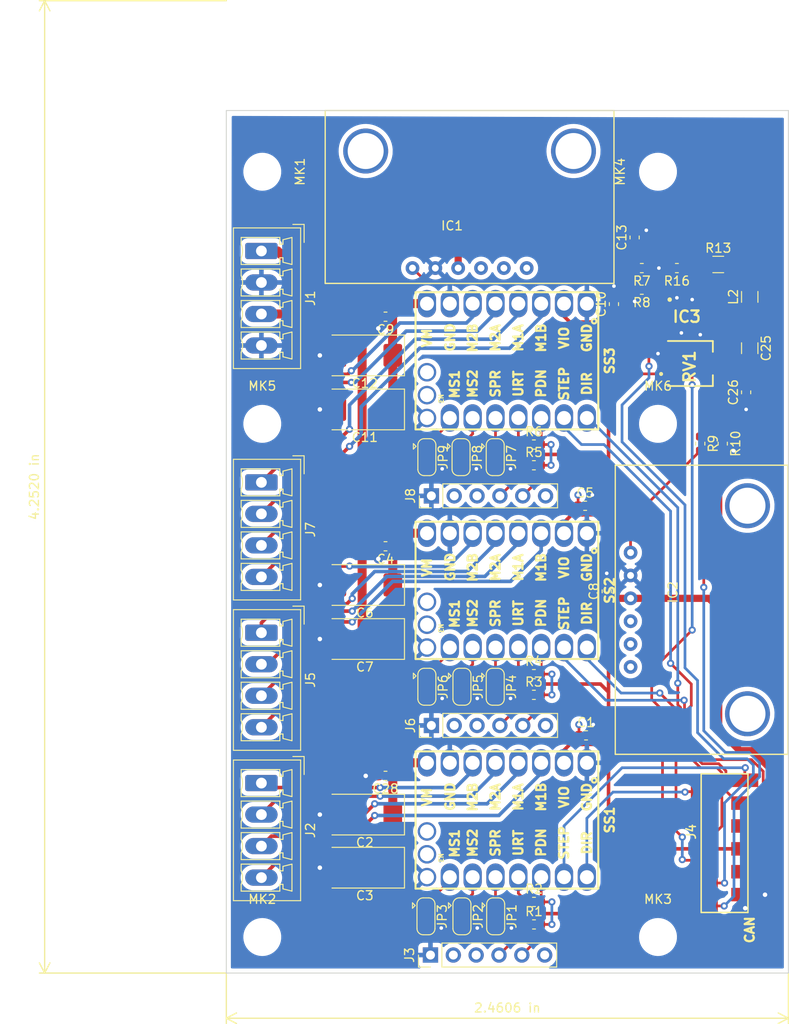
<source format=kicad_pcb>
(kicad_pcb (version 20200119) (host pcbnew "5.99.0-unknown-5cf474e~101~ubuntu18.04.1")
  (layers (0 "F.Cu" signal) (31 "B.Cu" signal) (35 "F.Paste" user) (36 "B.SilkS" user) (37 "F.SilkS" user) (38 "B.Mask" user) (39 "F.Mask" user) (44 "Edge.Cuts" user))
  (net 0 "")
  (net 1 "+3V3")
  (net 2 "GND")
  (net 3 "+5V")
  (net 4 "+24V")
  (net 5 "/OUT_EXT6")
  (net 6 "/OUT_EXT5")
  (net 7 "/OUT_EXT4")
  (net 8 "/OUT_EXT3")
  (net 9 "/OUT_EXT2")
  (net 10 "/OUT_EXT1")
  (net 11 "Net-(JP5-Pad1)")
  (net 12 "Net-(JP6-Pad1)")
  (net 13 "Net-(J7-Pad1)")
  (net 14 "Net-(IC1-Pad1)")
  (net 15 "Net-(J2-Pad4)")
  (net 16 "Net-(J2-Pad3)")
  (net 17 "Net-(J2-Pad2)")
  (net 18 "Net-(J2-Pad1)")
  (net 19 "Net-(J3-Pad5)")
  (net 20 "Net-(J3-Pad4)")
  (net 21 "Net-(J5-Pad4)")
  (net 22 "Net-(J5-Pad3)")
  (net 23 "Net-(J5-Pad2)")
  (net 24 "Net-(J5-Pad1)")
  (net 25 "Net-(J6-Pad5)")
  (net 26 "Net-(J6-Pad4)")
  (net 27 "Net-(J7-Pad4)")
  (net 28 "Net-(J7-Pad3)")
  (net 29 "Net-(J7-Pad2)")
  (net 30 "Net-(J8-Pad5)")
  (net 31 "Net-(J8-Pad4)")
  (net 32 "Net-(R2-Pad1)")
  (net 33 "Net-(R4-Pad1)")
  (net 34 "Net-(R6-Pad1)")
  (net 35 "Net-(JP1-Pad1)")
  (net 36 "Net-(JP2-Pad1)")
  (net 37 "Net-(JP3-Pad1)")
  (net 38 "Net-(JP4-Pad1)")
  (net 39 "Net-(JP7-Pad1)")
  (net 40 "Net-(JP8-Pad1)")
  (net 41 "Net-(JP9-Pad1)")
  (net 42 "Net-(IC2-Pad1)")
  (net 43 "/ADC_EXT_SEN2")
  (net 44 "/ADC_EXT_SEN1")
  (net 45 "Net-(C25-Pad1)")
  (net 46 "Net-(C25-Pad2)")
  (net 47 "Net-(C26-Pad2)")
  (net 48 "/LED1+")
  (net 49 "Net-(IC3-Pad3)")
  (net 50 "/LIGHT_ON")
  (net 51 "Net-(IC3-Pad8)")
  (module "moje:3314J-1" (layer "F.Cu") (at 145.6 63.3 90)
    (fp_text reference "RV1" (at -0.352 -0.094 90) (layer "F.SilkS") (effects (font (size 1.27 1.27) (thickness 0.254))))
    (fp_text value "R_POT" hide)
    (pad "3" smd rect (at 1.15 -2 90) (size 1.3 2) (layers "F.Cu" "F.Paste" "F.Mask") (net 2 "GND"))
    (pad "2" smd rect (at 0 2 180) (size 2 2) (layers "F.Cu" "F.Paste" "F.Mask") (net 51 "Net-(IC3-Pad8)"))
    (pad "1" smd rect (at -1.15 -2 90) (size 1.3 2) (layers "F.Cu" "F.Paste" "F.Mask") (net 1 "+3V3"))
  )
  (module "Connector_Phoenix_MC:PhoenixContact_MCV_1,5_4-G-3.5_1x04_P3.50mm_Vertical" (layer "F.Cu") (at 97.9 50.8 -90)
    (fp_text reference "J1" (at 5.25 -5.45 90) (layer "F.SilkS"))
    (fp_text value "Conn_01x04")
    (pad "4" thru_hole oval (at 10.5 0 270) (size 1.8 3.6) (drill 1.2) (layers *.Cu *.Mask) (net 2 "GND"))
    (pad "3" thru_hole oval (at 7 0 270) (size 1.8 3.6) (drill 1.2) (layers *.Cu *.Mask) (net 4 "+24V"))
    (pad "2" thru_hole oval (at 3.5 0 270) (size 1.8 3.6) (drill 1.2) (layers *.Cu *.Mask) (net 2 "GND"))
    (pad "1" thru_hole roundrect (at 0 0 270) (size 1.8 3.6) (drill 1.2) (layers *.Cu *.Mask) (roundrect_rratio 0.138889) (net 4 "+24V"))
  )
  (module "Biblioteki:CONN-TE-MICROMATCH-6X2-SMD_CORRECTED" (layer "F.Cu") (at 149.4 115.3 90)
    (fp_text reference "J4" (at 0 -3.7 90) (layer "F.SilkS") (effects (font (thickness 0.17))))
    (fp_text value "Micro match 6x2")
    (pad "11" smd rect (at -6.985 2.25 90) (size 1.5 3) (layers "F.Cu" "F.Paste" "F.Mask") (net 2 "GND"))
    (pad "10" smd rect (at -5.715 -2.25 90) (size 1.5 3) (layers "F.Cu" "F.Paste" "F.Mask") (net 44 "/ADC_EXT_SEN1"))
    (pad "9" smd rect (at -4.445 2.25 90) (size 1.5 3) (layers "F.Cu" "F.Paste" "F.Mask") (net 3 "+5V"))
    (pad "8" smd rect (at -3.175 -2.25 90) (size 1.5 3) (layers "F.Cu" "F.Paste" "F.Mask") (net 50 "/LIGHT_ON"))
    (pad "7" smd rect (at -1.905 2.25 90) (size 1.5 3) (layers "F.Cu" "F.Paste" "F.Mask") (net 1 "+3V3"))
    (pad "6" smd rect (at -0.635 -2.25 90) (size 1.5 3) (layers "F.Cu" "F.Paste" "F.Mask") (net 5 "/OUT_EXT6"))
    (pad "5" smd rect (at 0.635 2.25 90) (size 1.5 3) (layers "F.Cu" "F.Paste" "F.Mask") (net 6 "/OUT_EXT5"))
    (pad "4" smd rect (at 1.905 -2.25 90) (size 1.5 3) (layers "F.Cu" "F.Paste" "F.Mask") (net 7 "/OUT_EXT4"))
    (pad "3" smd rect (at 3.175 2.25 90) (size 1.5 3) (layers "F.Cu" "F.Paste" "F.Mask") (net 8 "/OUT_EXT3"))
    (pad "2" smd rect (at 4.445 -2.25 90) (size 1.5 3) (layers "F.Cu" "F.Paste" "F.Mask") (net 9 "/OUT_EXT2"))
    (pad "1" smd rect (at 5.715 2.25 90) (size 1.5 3) (layers "F.Cu" "F.Paste" "F.Mask") (net 10 "/OUT_EXT1"))
    (pad "12" smd rect (at -8.255 -2.25 90) (size 1.5 3) (layers "F.Cu" "F.Paste" "F.Mask") (net 43 "/ADC_EXT_SEN2"))
  )
  (module "Resistor_SMD:R_0603_1608Metric" (layer "F.Cu") (at 144.1 52.7 180)
    (fp_text reference "R16" (at 0 -1.43) (layer "F.SilkS"))
    (fp_text value "R_Small")
    (pad "2" smd roundrect (at 0.7875 0 180) (size 0.875 0.95) (layers "F.Cu" "F.Paste" "F.Mask") (net 2 "GND"))
    (pad "1" smd roundrect (at -0.7875 0 180) (size 0.875 0.95) (layers "F.Cu" "F.Paste" "F.Mask") (net 48 "/LED1+"))
  )
  (module "Resistor_SMD:R_1206_3216Metric" (layer "F.Cu") (at 148.7 52.3)
    (fp_text reference "R13" (at 0 -1.82) (layer "F.SilkS"))
    (fp_text value "0,133R")
    (pad "2" smd roundrect (at 1.4 0) (size 1.25 1.75) (layers "F.Cu" "F.Paste" "F.Mask") (roundrect_rratio 0.2) (net 49 "Net-(IC3-Pad3)"))
    (pad "1" smd roundrect (at -1.4 0) (size 1.25 1.75) (layers "F.Cu" "F.Paste" "F.Mask") (roundrect_rratio 0.2) (net 48 "/LED1+"))
  )
  (module "Inductor_SMD:L_1206_3216Metric" (layer "F.Cu") (at 152.2 55.9 90)
    (fp_text reference "L2" (at 0 -1.82 90) (layer "F.SilkS"))
    (fp_text value "L_Small")
    (pad "2" smd roundrect (at 1.4 0 90) (size 1.25 1.75) (layers "F.Cu" "F.Paste" "F.Mask") (roundrect_rratio 0.2) (net 49 "Net-(IC3-Pad3)"))
    (pad "1" smd roundrect (at -1.4 0 90) (size 1.25 1.75) (layers "F.Cu" "F.Paste" "F.Mask") (roundrect_rratio 0.2) (net 45 "Net-(C25-Pad1)"))
  )
  (module "Capacitor_SMD:C_0603_1608Metric" (layer "F.Cu") (at 151.8 66.5 90)
    (fp_text reference "C26" (at 0 -1.43 90) (layer "F.SilkS"))
    (fp_text value "100n")
    (pad "2" smd roundrect (at 0.7875 0 90) (size 0.875 0.95) (layers "F.Cu" "F.Paste" "F.Mask") (net 47 "Net-(C26-Pad2)"))
    (pad "1" smd roundrect (at -0.7875 0 90) (size 0.875 0.95) (layers "F.Cu" "F.Paste" "F.Mask") (net 2 "GND"))
  )
  (module "Capacitor_SMD:C_1206_3216Metric" (layer "F.Cu") (at 152.2 61.6 -90)
    (fp_text reference "C25" (at 0 -1.82 90) (layer "F.SilkS"))
    (fp_text value "100n")
    (pad "2" smd roundrect (at 1.4 0 270) (size 1.25 1.75) (layers "F.Cu" "F.Paste" "F.Mask") (roundrect_rratio 0.2) (net 46 "Net-(C25-Pad2)"))
    (pad "1" smd roundrect (at -1.4 0 270) (size 1.25 1.75) (layers "F.Cu" "F.Paste" "F.Mask") (roundrect_rratio 0.2) (net 45 "Net-(C25-Pad1)"))
  )
  (module "myFootprints:SON50P300X300X80-13N" (layer "F.Cu") (at 145.2 58.1)
    (fp_text reference "IC3" (at 0 0) (layer "F.SilkS") (effects (font (size 1.27 1.27) (thickness 0.254))))
    (fp_text value "MAX20050ATC_V+" hide)
    (pad "13" smd rect (at 0 0) (size 1.8 2.6) (layers "F.Cu" "F.Paste" "F.Mask") (net 2 "GND"))
    (pad "12" smd rect (at 1.5 -1.25 90) (size 0.3 0.8) (layers "F.Cu" "F.Paste" "F.Mask") (net 45 "Net-(C25-Pad1)"))
    (pad "11" smd rect (at 1.5 -0.75 90) (size 0.3 0.8) (layers "F.Cu" "F.Paste" "F.Mask") (net 45 "Net-(C25-Pad1)"))
    (pad "10" smd rect (at 1.5 -0.25 90) (size 0.3 0.8) (layers "F.Cu" "F.Paste" "F.Mask") (net 46 "Net-(C25-Pad2)"))
    (pad "9" smd rect (at 1.5 0.25 90) (size 0.3 0.8) (layers "F.Cu" "F.Paste" "F.Mask") (net 47 "Net-(C26-Pad2)"))
    (pad "8" smd rect (at 1.5 0.75 90) (size 0.3 0.8) (layers "F.Cu" "F.Paste" "F.Mask") (net 51 "Net-(IC3-Pad8)"))
    (pad "7" smd rect (at 1.5 1.25 90) (size 0.3 0.8) (layers "F.Cu" "F.Paste" "F.Mask") (net 2 "GND"))
    (pad "6" smd rect (at -1.5 1.25 90) (size 0.3 0.8) (layers "F.Cu" "F.Paste" "F.Mask"))
    (pad "5" smd rect (at -1.5 0.75 90) (size 0.3 0.8) (layers "F.Cu" "F.Paste" "F.Mask") (net 50 "/LIGHT_ON"))
    (pad "4" smd rect (at -1.5 0.25 90) (size 0.3 0.8) (layers "F.Cu" "F.Paste" "F.Mask") (net 48 "/LED1+"))
    (pad "3" smd rect (at -1.5 -0.25 90) (size 0.3 0.8) (layers "F.Cu" "F.Paste" "F.Mask") (net 49 "Net-(IC3-Pad3)"))
    (pad "2" smd rect (at -1.5 -0.75 90) (size 0.3 0.8) (layers "F.Cu" "F.Paste" "F.Mask"))
    (pad "1" smd rect (at -1.5 -1.25 90) (size 0.3 0.8) (layers "F.Cu" "F.Paste" "F.Mask") (net 2 "GND"))
  )
  (module "Connector_Phoenix_MC:PhoenixContact_MCV_1,5_4-G-3.5_1x04_P3.50mm_Vertical" (layer "F.Cu") (at 97.9 76.5 -90)
    (fp_text reference "J7" (at 5.25 -5.45 90) (layer "F.SilkS"))
    (fp_text value "Conn_01x04")
    (pad "4" thru_hole oval (at 10.5 0 270) (size 1.8 3.6) (drill 1.2) (layers *.Cu *.Mask) (net 27 "Net-(J7-Pad4)"))
    (pad "3" thru_hole oval (at 7 0 270) (size 1.8 3.6) (drill 1.2) (layers *.Cu *.Mask) (net 28 "Net-(J7-Pad3)"))
    (pad "2" thru_hole oval (at 3.5 0 270) (size 1.8 3.6) (drill 1.2) (layers *.Cu *.Mask) (net 29 "Net-(J7-Pad2)"))
    (pad "1" thru_hole roundrect (at 0 0 270) (size 1.8 3.6) (drill 1.2) (layers *.Cu *.Mask) (roundrect_rratio 0.138889) (net 13 "Net-(J7-Pad1)"))
  )
  (module "Connector_Phoenix_MC:PhoenixContact_MCV_1,5_4-G-3.5_1x04_P3.50mm_Vertical" (layer "F.Cu") (at 97.9 93.2 -90)
    (fp_text reference "J5" (at 5.25 -5.45 90) (layer "F.SilkS"))
    (fp_text value "Conn_01x04")
    (pad "4" thru_hole oval (at 10.5 0 270) (size 1.8 3.6) (drill 1.2) (layers *.Cu *.Mask) (net 21 "Net-(J5-Pad4)"))
    (pad "3" thru_hole oval (at 7 0 270) (size 1.8 3.6) (drill 1.2) (layers *.Cu *.Mask) (net 22 "Net-(J5-Pad3)"))
    (pad "2" thru_hole oval (at 3.5 0 270) (size 1.8 3.6) (drill 1.2) (layers *.Cu *.Mask) (net 23 "Net-(J5-Pad2)"))
    (pad "1" thru_hole roundrect (at 0 0 270) (size 1.8 3.6) (drill 1.2) (layers *.Cu *.Mask) (roundrect_rratio 0.138889) (net 24 "Net-(J5-Pad1)"))
  )
  (module "Connector_Phoenix_MC:PhoenixContact_MCV_1,5_4-G-3.5_1x04_P3.50mm_Vertical" (layer "F.Cu") (at 97.9 109.9 -90)
    (fp_text reference "J2" (at 5.25 -5.45 90) (layer "F.SilkS"))
    (fp_text value "Conn_01x04")
    (pad "4" thru_hole oval (at 10.5 0 270) (size 1.8 3.6) (drill 1.2) (layers *.Cu *.Mask) (net 15 "Net-(J2-Pad4)"))
    (pad "3" thru_hole oval (at 7 0 270) (size 1.8 3.6) (drill 1.2) (layers *.Cu *.Mask) (net 16 "Net-(J2-Pad3)"))
    (pad "2" thru_hole oval (at 3.5 0 270) (size 1.8 3.6) (drill 1.2) (layers *.Cu *.Mask) (net 17 "Net-(J2-Pad2)"))
    (pad "1" thru_hole roundrect (at 0 0 270) (size 1.8 3.6) (drill 1.2) (layers *.Cu *.Mask) (roundrect_rratio 0.138889) (net 18 "Net-(J2-Pad1)"))
  )
  (module "Biblioteki:STEPSTICK" (layer "F.Cu") (at 125.2 114 -90)
    (fp_text reference "SS1" (at 0 -11.43 90) (layer "F.SilkS") (effects (font (size 1.016 1.016) (thickness 0.254))))
    (fp_text value "STEPSTICK_TRINAMIC2209")
    (fp_text user "GND" (at -2.6 6.3 90) (layer "F.SilkS") (effects (font (size 1.016 1.016) (thickness 0.254))))
    (fp_text user "GND" (at -2.54 -8.89 90) (layer "F.SilkS") (effects (font (size 1.016 1.016) (thickness 0.254))))
    (fp_text user "VIO" (at -2.54 -6.35 90) (layer "F.SilkS") (effects (font (size 1.016 1.016) (thickness 0.254))))
    (fp_text user "M1B" (at -2.54 -3.81 90) (layer "F.SilkS") (effects (font (size 1.016 1.016) (thickness 0.254))))
    (fp_text user "M1A" (at -2.54 -1.27 90) (layer "F.SilkS") (effects (font (size 1.016 1.016) (thickness 0.254))))
    (fp_text user "M2A" (at -2.54 1.27 90) (layer "F.SilkS") (effects (font (size 1.016 1.016) (thickness 0.254))))
    (fp_text user "M2B" (at -2.54 3.81 90) (layer "F.SilkS") (effects (font (size 1.016 1.016) (thickness 0.254))))
    (fp_text user "GND" (at -2.54 -8.89 90) (layer "F.SilkS") (effects (font (size 1.016 1.016) (thickness 0.254))))
    (fp_text user "VM" (at -2.54 8.89 90) (layer "F.SilkS") (effects (font (size 1.016 1.016) (thickness 0.254))))
    (fp_text user "EN" (at 4.2 7.3 90) (layer "F.SilkS") (effects (font (size 0.5 0.5) (thickness 0.125))))
    (fp_text user "MS1" (at 2.6 5.8 90) (layer "F.SilkS") (effects (font (size 1.016 1.016) (thickness 0.254))))
    (fp_text user "MS2" (at 2.54 3.81 90) (layer "F.SilkS") (effects (font (size 1.016 1.016) (thickness 0.254))))
    (fp_text user "SPR" (at 2.54 1.27 90) (layer "F.SilkS") (effects (font (size 1.016 1.016) (thickness 0.254))))
    (fp_text user "PDN" (at 2.5 -3.8 90) (layer "F.SilkS") (effects (font (size 1.016 1.016) (thickness 0.254))))
    (fp_text user "URT" (at 2.54 -1.27 90) (layer "F.SilkS") (effects (font (size 1.016 1.016) (thickness 0.254))))
    (fp_text user "STEP" (at 2.54 -6.35 90) (layer "F.SilkS") (effects (font (size 1.016 1.016) (thickness 0.254))))
    (fp_text user "DIR" (at 2.54 -8.89 90) (layer "F.SilkS") (effects (font (size 1.016 1.016) (thickness 0.254))))
    (pad "17" thru_hole circle (at 1.27 8.89 270) (size 2.0574 2.0574) (drill 1.5494) (layers *.Cu *.Mask))
    (pad "18" thru_hole circle (at 3.81 8.89 270) (size 2.0574 2.0574) (drill 1.5494) (layers *.Cu *.Mask))
    (pad "9" thru_hole oval (at 6.35 -8.89 270) (size 3.048 2.032) (drill 1.5494) (layers *.Cu *.Mask) (net 9 "/OUT_EXT2"))
    (pad "10" thru_hole oval (at 6.35 -6.35 270) (size 3.048 2.032) (drill 1.5494) (layers *.Cu *.Mask) (net 10 "/OUT_EXT1"))
    (pad "11" thru_hole oval (at 6.35 -3.81 270) (size 3.048 2.032) (drill 1.5494) (layers *.Cu *.Mask) (net 19 "Net-(J3-Pad5)"))
    (pad "12" thru_hole oval (at 6.35 -1.27 270) (size 3.048 2.032) (drill 1.5494) (layers *.Cu *.Mask) (net 32 "Net-(R2-Pad1)"))
    (pad "13" thru_hole oval (at 6.35 1.27 270) (size 3.048 2.032) (drill 1.5494) (layers *.Cu *.Mask) (net 35 "Net-(JP1-Pad1)"))
    (pad "14" thru_hole oval (at 6.35 3.81 270) (size 3.048 2.032) (drill 1.5494) (layers *.Cu *.Mask) (net 36 "Net-(JP2-Pad1)"))
    (pad "15" thru_hole oval (at 6.35 6.35 270) (size 3.048 2.032) (drill 1.5494) (layers *.Cu *.Mask) (net 37 "Net-(JP3-Pad1)"))
    (pad "16" thru_hole circle (at 6.35 8.89 270) (size 2.0574 2.0574) (drill 1.5494) (layers *.Cu *.Mask) (net 2 "GND"))
    (pad "8" thru_hole oval (at -6.35 8.89 270) (size 3.048 2.032) (drill 1.5494) (layers *.Cu *.Mask) (net 4 "+24V"))
    (pad "7" thru_hole oval (at -6.35 6.35 270) (size 3.048 2.032) (drill 1.5494) (layers *.Cu *.Mask) (net 2 "GND"))
    (pad "6" thru_hole oval (at -6.35 3.81 270) (size 3.048 2.032) (drill 1.5494) (layers *.Cu *.Mask) (net 18 "Net-(J2-Pad1)"))
    (pad "5" thru_hole oval (at -6.35 1.27 270) (size 3.048 2.032) (drill 1.5494) (layers *.Cu *.Mask) (net 17 "Net-(J2-Pad2)"))
    (pad "4" thru_hole oval (at -6.35 -1.27 270) (size 3.048 2.032) (drill 1.5494) (layers *.Cu *.Mask) (net 16 "Net-(J2-Pad3)"))
    (pad "3" thru_hole oval (at -6.35 -3.81 270) (size 3.048 2.032) (drill 1.5494) (layers *.Cu *.Mask) (net 15 "Net-(J2-Pad4)"))
    (pad "2" thru_hole oval (at -6.35 -6.35 270) (size 3.048 2.032) (drill 1.5494) (layers *.Cu *.Mask) (net 1 "+3V3"))
    (pad "1" thru_hole oval (at -6.35 -8.89 270) (size 3.048 2.032) (drill 1.5494) (layers *.Cu *.Mask) (net 2 "GND"))
  )
  (module "Biblioteki:STEPSTICK" (layer "F.Cu") (at 125.2 63 -90)
    (fp_text reference "SS3" (at 0 -11.43 90) (layer "F.SilkS") (effects (font (size 1.016 1.016) (thickness 0.254))))
    (fp_text value "STEPSTICK_TRINAMIC2209")
    (fp_text user "GND" (at -2.6 6.3 90) (layer "F.SilkS") (effects (font (size 1.016 1.016) (thickness 0.254))))
    (fp_text user "GND" (at -2.54 -8.89 90) (layer "F.SilkS") (effects (font (size 1.016 1.016) (thickness 0.254))))
    (fp_text user "VIO" (at -2.54 -6.35 90) (layer "F.SilkS") (effects (font (size 1.016 1.016) (thickness 0.254))))
    (fp_text user "M1B" (at -2.54 -3.81 90) (layer "F.SilkS") (effects (font (size 1.016 1.016) (thickness 0.254))))
    (fp_text user "M1A" (at -2.54 -1.27 90) (layer "F.SilkS") (effects (font (size 1.016 1.016) (thickness 0.254))))
    (fp_text user "M2A" (at -2.54 1.27 90) (layer "F.SilkS") (effects (font (size 1.016 1.016) (thickness 0.254))))
    (fp_text user "M2B" (at -2.54 3.81 90) (layer "F.SilkS") (effects (font (size 1.016 1.016) (thickness 0.254))))
    (fp_text user "GND" (at -2.54 -8.89 90) (layer "F.SilkS") (effects (font (size 1.016 1.016) (thickness 0.254))))
    (fp_text user "VM" (at -2.54 8.89 90) (layer "F.SilkS") (effects (font (size 1.016 1.016) (thickness 0.254))))
    (fp_text user "EN" (at 4.2 7.3 90) (layer "F.SilkS") (effects (font (size 0.5 0.5) (thickness 0.125))))
    (fp_text user "MS1" (at 2.6 5.8 90) (layer "F.SilkS") (effects (font (size 1.016 1.016) (thickness 0.254))))
    (fp_text user "MS2" (at 2.54 3.81 90) (layer "F.SilkS") (effects (font (size 1.016 1.016) (thickness 0.254))))
    (fp_text user "SPR" (at 2.54 1.27 90) (layer "F.SilkS") (effects (font (size 1.016 1.016) (thickness 0.254))))
    (fp_text user "PDN" (at 2.5 -3.8 90) (layer "F.SilkS") (effects (font (size 1.016 1.016) (thickness 0.254))))
    (fp_text user "URT" (at 2.54 -1.27 90) (layer "F.SilkS") (effects (font (size 1.016 1.016) (thickness 0.254))))
    (fp_text user "STEP" (at 2.54 -6.35 90) (layer "F.SilkS") (effects (font (size 1.016 1.016) (thickness 0.254))))
    (fp_text user "DIR" (at 2.54 -8.89 90) (layer "F.SilkS") (effects (font (size 1.016 1.016) (thickness 0.254))))
    (pad "17" thru_hole circle (at 1.27 8.89 270) (size 2.0574 2.0574) (drill 1.5494) (layers *.Cu *.Mask))
    (pad "18" thru_hole circle (at 3.81 8.89 270) (size 2.0574 2.0574) (drill 1.5494) (layers *.Cu *.Mask))
    (pad "9" thru_hole oval (at 6.35 -8.89 270) (size 3.048 2.032) (drill 1.5494) (layers *.Cu *.Mask) (net 5 "/OUT_EXT6"))
    (pad "10" thru_hole oval (at 6.35 -6.35 270) (size 3.048 2.032) (drill 1.5494) (layers *.Cu *.Mask) (net 6 "/OUT_EXT5"))
    (pad "11" thru_hole oval (at 6.35 -3.81 270) (size 3.048 2.032) (drill 1.5494) (layers *.Cu *.Mask) (net 30 "Net-(J8-Pad5)"))
    (pad "12" thru_hole oval (at 6.35 -1.27 270) (size 3.048 2.032) (drill 1.5494) (layers *.Cu *.Mask) (net 34 "Net-(R6-Pad1)"))
    (pad "13" thru_hole oval (at 6.35 1.27 270) (size 3.048 2.032) (drill 1.5494) (layers *.Cu *.Mask) (net 39 "Net-(JP7-Pad1)"))
    (pad "14" thru_hole oval (at 6.35 3.81 270) (size 3.048 2.032) (drill 1.5494) (layers *.Cu *.Mask) (net 40 "Net-(JP8-Pad1)"))
    (pad "15" thru_hole oval (at 6.35 6.35 270) (size 3.048 2.032) (drill 1.5494) (layers *.Cu *.Mask) (net 41 "Net-(JP9-Pad1)"))
    (pad "16" thru_hole circle (at 6.35 8.89 270) (size 2.0574 2.0574) (drill 1.5494) (layers *.Cu *.Mask) (net 2 "GND"))
    (pad "8" thru_hole oval (at -6.35 8.89 270) (size 3.048 2.032) (drill 1.5494) (layers *.Cu *.Mask) (net 4 "+24V"))
    (pad "7" thru_hole oval (at -6.35 6.35 270) (size 3.048 2.032) (drill 1.5494) (layers *.Cu *.Mask) (net 2 "GND"))
    (pad "6" thru_hole oval (at -6.35 3.81 270) (size 3.048 2.032) (drill 1.5494) (layers *.Cu *.Mask) (net 13 "Net-(J7-Pad1)"))
    (pad "5" thru_hole oval (at -6.35 1.27 270) (size 3.048 2.032) (drill 1.5494) (layers *.Cu *.Mask) (net 29 "Net-(J7-Pad2)"))
    (pad "4" thru_hole oval (at -6.35 -1.27 270) (size 3.048 2.032) (drill 1.5494) (layers *.Cu *.Mask) (net 28 "Net-(J7-Pad3)"))
    (pad "3" thru_hole oval (at -6.35 -3.81 270) (size 3.048 2.032) (drill 1.5494) (layers *.Cu *.Mask) (net 27 "Net-(J7-Pad4)"))
    (pad "2" thru_hole oval (at -6.35 -6.35 270) (size 3.048 2.032) (drill 1.5494) (layers *.Cu *.Mask) (net 1 "+3V3"))
    (pad "1" thru_hole oval (at -6.35 -8.89 270) (size 3.048 2.032) (drill 1.5494) (layers *.Cu *.Mask) (net 2 "GND"))
  )
  (module "Biblioteki:STEPSTICK" (layer "F.Cu") (at 125.2 88.5 -90)
    (fp_text reference "SS2" (at 0 -11.43 90) (layer "F.SilkS") (effects (font (size 1.016 1.016) (thickness 0.254))))
    (fp_text value "STEPSTICK_TRINAMIC2209")
    (fp_text user "GND" (at -2.6 6.3 90) (layer "F.SilkS") (effects (font (size 1.016 1.016) (thickness 0.254))))
    (fp_text user "GND" (at -2.54 -8.89 90) (layer "F.SilkS") (effects (font (size 1.016 1.016) (thickness 0.254))))
    (fp_text user "VIO" (at -2.54 -6.35 90) (layer "F.SilkS") (effects (font (size 1.016 1.016) (thickness 0.254))))
    (fp_text user "M1B" (at -2.54 -3.81 90) (layer "F.SilkS") (effects (font (size 1.016 1.016) (thickness 0.254))))
    (fp_text user "M1A" (at -2.54 -1.27 90) (layer "F.SilkS") (effects (font (size 1.016 1.016) (thickness 0.254))))
    (fp_text user "M2A" (at -2.54 1.27 90) (layer "F.SilkS") (effects (font (size 1.016 1.016) (thickness 0.254))))
    (fp_text user "M2B" (at -2.54 3.81 90) (layer "F.SilkS") (effects (font (size 1.016 1.016) (thickness 0.254))))
    (fp_text user "GND" (at -2.54 -8.89 90) (layer "F.SilkS") (effects (font (size 1.016 1.016) (thickness 0.254))))
    (fp_text user "VM" (at -2.54 8.89 90) (layer "F.SilkS") (effects (font (size 1.016 1.016) (thickness 0.254))))
    (fp_text user "EN" (at 4.2 7.3 90) (layer "F.SilkS") (effects (font (size 0.5 0.5) (thickness 0.125))))
    (fp_text user "MS1" (at 2.6 5.8 90) (layer "F.SilkS") (effects (font (size 1.016 1.016) (thickness 0.254))))
    (fp_text user "MS2" (at 2.54 3.81 90) (layer "F.SilkS") (effects (font (size 1.016 1.016) (thickness 0.254))))
    (fp_text user "SPR" (at 2.54 1.27 90) (layer "F.SilkS") (effects (font (size 1.016 1.016) (thickness 0.254))))
    (fp_text user "PDN" (at 2.5 -3.8 90) (layer "F.SilkS") (effects (font (size 1.016 1.016) (thickness 0.254))))
    (fp_text user "URT" (at 2.54 -1.27 90) (layer "F.SilkS") (effects (font (size 1.016 1.016) (thickness 0.254))))
    (fp_text user "STEP" (at 2.54 -6.35 90) (layer "F.SilkS") (effects (font (size 1.016 1.016) (thickness 0.254))))
    (fp_text user "DIR" (at 2.54 -8.89 90) (layer "F.SilkS") (effects (font (size 1.016 1.016) (thickness 0.254))))
    (pad "17" thru_hole circle (at 1.27 8.89 270) (size 2.0574 2.0574) (drill 1.5494) (layers *.Cu *.Mask))
    (pad "18" thru_hole circle (at 3.81 8.89 270) (size 2.0574 2.0574) (drill 1.5494) (layers *.Cu *.Mask))
    (pad "9" thru_hole oval (at 6.35 -8.89 270) (size 3.048 2.032) (drill 1.5494) (layers *.Cu *.Mask) (net 7 "/OUT_EXT4"))
    (pad "10" thru_hole oval (at 6.35 -6.35 270) (size 3.048 2.032) (drill 1.5494) (layers *.Cu *.Mask) (net 8 "/OUT_EXT3"))
    (pad "11" thru_hole oval (at 6.35 -3.81 270) (size 3.048 2.032) (drill 1.5494) (layers *.Cu *.Mask) (net 25 "Net-(J6-Pad5)"))
    (pad "12" thru_hole oval (at 6.35 -1.27 270) (size 3.048 2.032) (drill 1.5494) (layers *.Cu *.Mask) (net 33 "Net-(R4-Pad1)"))
    (pad "13" thru_hole oval (at 6.35 1.27 270) (size 3.048 2.032) (drill 1.5494) (layers *.Cu *.Mask) (net 38 "Net-(JP4-Pad1)"))
    (pad "14" thru_hole oval (at 6.35 3.81 270) (size 3.048 2.032) (drill 1.5494) (layers *.Cu *.Mask) (net 11 "Net-(JP5-Pad1)"))
    (pad "15" thru_hole oval (at 6.35 6.35 270) (size 3.048 2.032) (drill 1.5494) (layers *.Cu *.Mask) (net 12 "Net-(JP6-Pad1)"))
    (pad "16" thru_hole circle (at 6.35 8.89 270) (size 2.0574 2.0574) (drill 1.5494) (layers *.Cu *.Mask) (net 2 "GND"))
    (pad "8" thru_hole oval (at -6.35 8.89 270) (size 3.048 2.032) (drill 1.5494) (layers *.Cu *.Mask) (net 4 "+24V"))
    (pad "7" thru_hole oval (at -6.35 6.35 270) (size 3.048 2.032) (drill 1.5494) (layers *.Cu *.Mask) (net 2 "GND"))
    (pad "6" thru_hole oval (at -6.35 3.81 270) (size 3.048 2.032) (drill 1.5494) (layers *.Cu *.Mask) (net 24 "Net-(J5-Pad1)"))
    (pad "5" thru_hole oval (at -6.35 1.27 270) (size 3.048 2.032) (drill 1.5494) (layers *.Cu *.Mask) (net 23 "Net-(J5-Pad2)"))
    (pad "4" thru_hole oval (at -6.35 -1.27 270) (size 3.048 2.032) (drill 1.5494) (layers *.Cu *.Mask) (net 22 "Net-(J5-Pad3)"))
    (pad "3" thru_hole oval (at -6.35 -3.81 270) (size 3.048 2.032) (drill 1.5494) (layers *.Cu *.Mask) (net 21 "Net-(J5-Pad4)"))
    (pad "2" thru_hole oval (at -6.35 -6.35 270) (size 3.048 2.032) (drill 1.5494) (layers *.Cu *.Mask) (net 1 "+3V3"))
    (pad "1" thru_hole oval (at -6.35 -8.89 270) (size 3.048 2.032) (drill 1.5494) (layers *.Cu *.Mask) (net 2 "GND"))
  )
  (module "Resistor_SMD:R_0603_1608Metric" (layer "F.Cu") (at 149.2 72.2 -90)
    (fp_text reference "R10" (at 0 -1.43 90) (layer "F.SilkS"))
    (fp_text value "15K")
    (pad "2" smd roundrect (at 0.7875 0 270) (size 0.875 0.95) (layers "F.Cu" "F.Paste" "F.Mask") (net 2 "GND"))
    (pad "1" smd roundrect (at -0.7875 0 270) (size 0.875 0.95) (layers "F.Cu" "F.Paste" "F.Mask") (net 43 "/ADC_EXT_SEN2"))
  )
  (module "Resistor_SMD:R_0603_1608Metric" (layer "F.Cu") (at 146.7 72.2 -90)
    (fp_text reference "R9" (at 0 -1.43 90) (layer "F.SilkS"))
    (fp_text value "10k")
    (pad "2" smd roundrect (at 0.7875 0 270) (size 0.875 0.95) (layers "F.Cu" "F.Paste" "F.Mask") (net 42 "Net-(IC2-Pad1)"))
    (pad "1" smd roundrect (at -0.7875 0 270) (size 0.875 0.95) (layers "F.Cu" "F.Paste" "F.Mask") (net 43 "/ADC_EXT_SEN2"))
  )
  (module "Resistor_SMD:R_0603_1608Metric" (layer "F.Cu") (at 140.2 55.1 180)
    (fp_text reference "R8" (at 0 -1.43) (layer "F.SilkS"))
    (fp_text value "15K")
    (pad "2" smd roundrect (at 0.7875 0 180) (size 0.875 0.95) (layers "F.Cu" "F.Paste" "F.Mask") (net 2 "GND"))
    (pad "1" smd roundrect (at -0.7875 0 180) (size 0.875 0.95) (layers "F.Cu" "F.Paste" "F.Mask") (net 44 "/ADC_EXT_SEN1"))
  )
  (module "Resistor_SMD:R_0603_1608Metric" (layer "F.Cu") (at 140.2 52.7 180)
    (fp_text reference "R7" (at 0 -1.43) (layer "F.SilkS"))
    (fp_text value "10k")
    (pad "2" smd roundrect (at 0.7875 0 180) (size 0.875 0.95) (layers "F.Cu" "F.Paste" "F.Mask") (net 14 "Net-(IC1-Pad1)"))
    (pad "1" smd roundrect (at -0.7875 0 180) (size 0.875 0.95) (layers "F.Cu" "F.Paste" "F.Mask") (net 44 "/ADC_EXT_SEN1"))
  )
  (module "Resistor_SMD:R_0603_1608Metric" (layer "F.Cu") (at 128.2 72.3)
    (fp_text reference "R6" (at 0 -1.43) (layer "F.SilkS"))
    (fp_text value "0R")
    (pad "2" smd roundrect (at 0.7875 0) (size 0.875 0.95) (layers "F.Cu" "F.Paste" "F.Mask") (net 30 "Net-(J8-Pad5)"))
    (pad "1" smd roundrect (at -0.7875 0) (size 0.875 0.95) (layers "F.Cu" "F.Paste" "F.Mask") (net 34 "Net-(R6-Pad1)"))
  )
  (module "Resistor_SMD:R_0603_1608Metric" (layer "F.Cu") (at 128.2 74.6)
    (fp_text reference "R5" (at 0 -1.43) (layer "F.SilkS"))
    (fp_text value "2k2")
    (pad "2" smd roundrect (at 0.7875 0) (size 0.875 0.95) (layers "F.Cu" "F.Paste" "F.Mask") (net 30 "Net-(J8-Pad5)"))
    (pad "1" smd roundrect (at -0.7875 0) (size 0.875 0.95) (layers "F.Cu" "F.Paste" "F.Mask") (net 31 "Net-(J8-Pad4)"))
  )
  (module "Resistor_SMD:R_0603_1608Metric" (layer "F.Cu") (at 128.2 97.8)
    (fp_text reference "R4" (at 0 -1.43) (layer "F.SilkS"))
    (fp_text value "0R")
    (pad "2" smd roundrect (at 0.7875 0) (size 0.875 0.95) (layers "F.Cu" "F.Paste" "F.Mask") (net 25 "Net-(J6-Pad5)"))
    (pad "1" smd roundrect (at -0.7875 0) (size 0.875 0.95) (layers "F.Cu" "F.Paste" "F.Mask") (net 33 "Net-(R4-Pad1)"))
  )
  (module "Resistor_SMD:R_0603_1608Metric" (layer "F.Cu") (at 128.2 100.1)
    (fp_text reference "R3" (at 0 -1.43) (layer "F.SilkS"))
    (fp_text value "2k2")
    (pad "2" smd roundrect (at 0.7875 0) (size 0.875 0.95) (layers "F.Cu" "F.Paste" "F.Mask") (net 25 "Net-(J6-Pad5)"))
    (pad "1" smd roundrect (at -0.7875 0) (size 0.875 0.95) (layers "F.Cu" "F.Paste" "F.Mask") (net 26 "Net-(J6-Pad4)"))
  )
  (module "Resistor_SMD:R_0603_1608Metric" (layer "F.Cu") (at 128.2125 125.6)
    (fp_text reference "R1" (at 0 -1.43) (layer "F.SilkS"))
    (fp_text value "2k2")
    (pad "2" smd roundrect (at 0.7875 0) (size 0.875 0.95) (layers "F.Cu" "F.Paste" "F.Mask") (net 19 "Net-(J3-Pad5)"))
    (pad "1" smd roundrect (at -0.7875 0) (size 0.875 0.95) (layers "F.Cu" "F.Paste" "F.Mask") (net 20 "Net-(J3-Pad4)"))
  )
  (module "Jumper:SolderJumper-3_P1.3mm_Bridged12_RoundedPad1.0x1.5mm" (layer "F.Cu") (at 116.3 73.7 -90)
    (fp_text reference "JP9" (at 0 -1.8 90) (layer "F.SilkS"))
    (fp_text value "SolderJumper_3_Bridged12")
    (fp_poly (pts (xy -0.9 -0.3) (xy -0.4 -0.3) (xy -0.4 0.3) (xy -0.9 0.3)) (layer "F.Cu") (width 0))
    (pad "1" smd custom (at -1.3 0 270) (size 1 0.5) (layers "F.Cu" "F.Mask") (net 41 "Net-(JP9-Pad1)") (options (clearance outline) (anchor rect)) (primitives (gr_circle (center 0 0.25) (end 0.5 0.25) (width 0)) (gr_circle (center 0 -0.25) (end 0.5 -0.25) (width 0)) (gr_poly (pts (xy 0.55 -0.75) (xy 0 -0.75) (xy 0 0.75) (xy 0.55 0.75)) (width 0))))
    (pad "2" smd rect (at 0 0 270) (size 1 1.5) (layers "F.Cu" "F.Mask") (net 1 "+3V3"))
    (pad "3" smd custom (at 1.3 0 270) (size 1 0.5) (layers "F.Cu" "F.Mask") (net 2 "GND") (options (clearance outline) (anchor rect)) (primitives (gr_circle (center 0 0.25) (end 0.5 0.25) (width 0)) (gr_circle (center 0 -0.25) (end 0.5 -0.25) (width 0)) (gr_poly (pts (xy -0.55 -0.75) (xy 0 -0.75) (xy 0 0.75) (xy -0.55 0.75)) (width 0))))
  )
  (module "Jumper:SolderJumper-3_P1.3mm_Bridged12_RoundedPad1.0x1.5mm" (layer "F.Cu") (at 120.1 73.7 -90)
    (fp_text reference "JP8" (at 0 -1.8 90) (layer "F.SilkS"))
    (fp_text value "SolderJumper_3_Bridged12")
    (fp_poly (pts (xy -0.9 -0.3) (xy -0.4 -0.3) (xy -0.4 0.3) (xy -0.9 0.3)) (layer "F.Cu") (width 0))
    (pad "1" smd custom (at -1.3 0 270) (size 1 0.5) (layers "F.Cu" "F.Mask") (net 40 "Net-(JP8-Pad1)") (options (clearance outline) (anchor rect)) (primitives (gr_circle (center 0 0.25) (end 0.5 0.25) (width 0)) (gr_circle (center 0 -0.25) (end 0.5 -0.25) (width 0)) (gr_poly (pts (xy 0.55 -0.75) (xy 0 -0.75) (xy 0 0.75) (xy 0.55 0.75)) (width 0))))
    (pad "2" smd rect (at 0 0 270) (size 1 1.5) (layers "F.Cu" "F.Mask") (net 1 "+3V3"))
    (pad "3" smd custom (at 1.3 0 270) (size 1 0.5) (layers "F.Cu" "F.Mask") (net 2 "GND") (options (clearance outline) (anchor rect)) (primitives (gr_circle (center 0 0.25) (end 0.5 0.25) (width 0)) (gr_circle (center 0 -0.25) (end 0.5 -0.25) (width 0)) (gr_poly (pts (xy -0.55 -0.75) (xy 0 -0.75) (xy 0 0.75) (xy -0.55 0.75)) (width 0))))
  )
  (module "Jumper:SolderJumper-3_P1.3mm_Bridged12_RoundedPad1.0x1.5mm" (layer "F.Cu") (at 123.9 73.7 -90)
    (fp_text reference "JP7" (at 0 -1.8 90) (layer "F.SilkS"))
    (fp_text value "SolderJumper_3_Bridged12")
    (fp_poly (pts (xy -0.9 -0.3) (xy -0.4 -0.3) (xy -0.4 0.3) (xy -0.9 0.3)) (layer "F.Cu") (width 0))
    (pad "1" smd custom (at -1.3 0 270) (size 1 0.5) (layers "F.Cu" "F.Mask") (net 39 "Net-(JP7-Pad1)") (options (clearance outline) (anchor rect)) (primitives (gr_circle (center 0 0.25) (end 0.5 0.25) (width 0)) (gr_circle (center 0 -0.25) (end 0.5 -0.25) (width 0)) (gr_poly (pts (xy 0.55 -0.75) (xy 0 -0.75) (xy 0 0.75) (xy 0.55 0.75)) (width 0))))
    (pad "2" smd rect (at 0 0 270) (size 1 1.5) (layers "F.Cu" "F.Mask") (net 1 "+3V3"))
    (pad "3" smd custom (at 1.3 0 270) (size 1 0.5) (layers "F.Cu" "F.Mask") (net 2 "GND") (options (clearance outline) (anchor rect)) (primitives (gr_circle (center 0 0.25) (end 0.5 0.25) (width 0)) (gr_circle (center 0 -0.25) (end 0.5 -0.25) (width 0)) (gr_poly (pts (xy -0.55 -0.75) (xy 0 -0.75) (xy 0 0.75) (xy -0.55 0.75)) (width 0))))
  )
  (module "Jumper:SolderJumper-3_P1.3mm_Bridged12_RoundedPad1.0x1.5mm" (layer "F.Cu") (at 116.3 99.2 -90)
    (fp_text reference "JP6" (at 0 -1.8 90) (layer "F.SilkS"))
    (fp_text value "SolderJumper_3_Bridged12")
    (fp_poly (pts (xy -0.9 -0.3) (xy -0.4 -0.3) (xy -0.4 0.3) (xy -0.9 0.3)) (layer "F.Cu") (width 0))
    (pad "1" smd custom (at -1.3 0 270) (size 1 0.5) (layers "F.Cu" "F.Mask") (net 12 "Net-(JP6-Pad1)") (options (clearance outline) (anchor rect)) (primitives (gr_circle (center 0 0.25) (end 0.5 0.25) (width 0)) (gr_circle (center 0 -0.25) (end 0.5 -0.25) (width 0)) (gr_poly (pts (xy 0.55 -0.75) (xy 0 -0.75) (xy 0 0.75) (xy 0.55 0.75)) (width 0))))
    (pad "2" smd rect (at 0 0 270) (size 1 1.5) (layers "F.Cu" "F.Mask") (net 1 "+3V3"))
    (pad "3" smd custom (at 1.3 0 270) (size 1 0.5) (layers "F.Cu" "F.Mask") (net 2 "GND") (options (clearance outline) (anchor rect)) (primitives (gr_circle (center 0 0.25) (end 0.5 0.25) (width 0)) (gr_circle (center 0 -0.25) (end 0.5 -0.25) (width 0)) (gr_poly (pts (xy -0.55 -0.75) (xy 0 -0.75) (xy 0 0.75) (xy -0.55 0.75)) (width 0))))
  )
  (module "Jumper:SolderJumper-3_P1.3mm_Bridged12_RoundedPad1.0x1.5mm" (layer "F.Cu") (at 120.2 99.2 -90)
    (fp_text reference "JP5" (at 0 -1.8 90) (layer "F.SilkS"))
    (fp_text value "SolderJumper_3_Bridged12")
    (fp_poly (pts (xy -0.9 -0.3) (xy -0.4 -0.3) (xy -0.4 0.3) (xy -0.9 0.3)) (layer "F.Cu") (width 0))
    (pad "1" smd custom (at -1.3 0 270) (size 1 0.5) (layers "F.Cu" "F.Mask") (net 11 "Net-(JP5-Pad1)") (options (clearance outline) (anchor rect)) (primitives (gr_circle (center 0 0.25) (end 0.5 0.25) (width 0)) (gr_circle (center 0 -0.25) (end 0.5 -0.25) (width 0)) (gr_poly (pts (xy 0.55 -0.75) (xy 0 -0.75) (xy 0 0.75) (xy 0.55 0.75)) (width 0))))
    (pad "2" smd rect (at 0 0 270) (size 1 1.5) (layers "F.Cu" "F.Mask") (net 1 "+3V3"))
    (pad "3" smd custom (at 1.3 0 270) (size 1 0.5) (layers "F.Cu" "F.Mask") (net 2 "GND") (options (clearance outline) (anchor rect)) (primitives (gr_circle (center 0 0.25) (end 0.5 0.25) (width 0)) (gr_circle (center 0 -0.25) (end 0.5 -0.25) (width 0)) (gr_poly (pts (xy -0.55 -0.75) (xy 0 -0.75) (xy 0 0.75) (xy -0.55 0.75)) (width 0))))
  )
  (module "Jumper:SolderJumper-3_P1.3mm_Bridged12_RoundedPad1.0x1.5mm" (layer "F.Cu") (at 123.9 99.2 -90)
    (fp_text reference "JP4" (at 0 -1.8 90) (layer "F.SilkS"))
    (fp_text value "SolderJumper_3_Bridged12")
    (fp_poly (pts (xy -0.9 -0.3) (xy -0.4 -0.3) (xy -0.4 0.3) (xy -0.9 0.3)) (layer "F.Cu") (width 0))
    (pad "1" smd custom (at -1.3 0 270) (size 1 0.5) (layers "F.Cu" "F.Mask") (net 38 "Net-(JP4-Pad1)") (options (clearance outline) (anchor rect)) (primitives (gr_circle (center 0 0.25) (end 0.5 0.25) (width 0)) (gr_circle (center 0 -0.25) (end 0.5 -0.25) (width 0)) (gr_poly (pts (xy 0.55 -0.75) (xy 0 -0.75) (xy 0 0.75) (xy 0.55 0.75)) (width 0))))
    (pad "2" smd rect (at 0 0 270) (size 1 1.5) (layers "F.Cu" "F.Mask") (net 1 "+3V3"))
    (pad "3" smd custom (at 1.3 0 270) (size 1 0.5) (layers "F.Cu" "F.Mask") (net 2 "GND") (options (clearance outline) (anchor rect)) (primitives (gr_circle (center 0 0.25) (end 0.5 0.25) (width 0)) (gr_circle (center 0 -0.25) (end 0.5 -0.25) (width 0)) (gr_poly (pts (xy -0.55 -0.75) (xy 0 -0.75) (xy 0 0.75) (xy -0.55 0.75)) (width 0))))
  )
  (module "Jumper:SolderJumper-3_P1.3mm_Bridged12_RoundedPad1.0x1.5mm" (layer "F.Cu") (at 116.2 124.7 -90)
    (fp_text reference "JP3" (at 0 -1.8 90) (layer "F.SilkS"))
    (fp_text value "SolderJumper_3_Bridged12")
    (fp_poly (pts (xy -0.9 -0.3) (xy -0.4 -0.3) (xy -0.4 0.3) (xy -0.9 0.3)) (layer "F.Cu") (width 0))
    (pad "1" smd custom (at -1.3 0 270) (size 1 0.5) (layers "F.Cu" "F.Mask") (net 37 "Net-(JP3-Pad1)") (options (clearance outline) (anchor rect)) (primitives (gr_circle (center 0 0.25) (end 0.5 0.25) (width 0)) (gr_circle (center 0 -0.25) (end 0.5 -0.25) (width 0)) (gr_poly (pts (xy 0.55 -0.75) (xy 0 -0.75) (xy 0 0.75) (xy 0.55 0.75)) (width 0))))
    (pad "2" smd rect (at 0 0 270) (size 1 1.5) (layers "F.Cu" "F.Mask") (net 1 "+3V3"))
    (pad "3" smd custom (at 1.3 0 270) (size 1 0.5) (layers "F.Cu" "F.Mask") (net 2 "GND") (options (clearance outline) (anchor rect)) (primitives (gr_circle (center 0 0.25) (end 0.5 0.25) (width 0)) (gr_circle (center 0 -0.25) (end 0.5 -0.25) (width 0)) (gr_poly (pts (xy -0.55 -0.75) (xy 0 -0.75) (xy 0 0.75) (xy -0.55 0.75)) (width 0))))
  )
  (module "Jumper:SolderJumper-3_P1.3mm_Bridged12_RoundedPad1.0x1.5mm" (layer "F.Cu") (at 120.2 124.7 -90)
    (fp_text reference "JP2" (at 0 -1.8 -270) (layer "F.SilkS"))
    (fp_text value "SolderJumper_3_Bridged12")
    (fp_poly (pts (xy -0.9 -0.3) (xy -0.4 -0.3) (xy -0.4 0.3) (xy -0.9 0.3)) (layer "F.Cu") (width 0))
    (pad "1" smd custom (at -1.3 0 270) (size 1 0.5) (layers "F.Cu" "F.Mask") (net 36 "Net-(JP2-Pad1)") (options (clearance outline) (anchor rect)) (primitives (gr_circle (center 0 0.25) (end 0.5 0.25) (width 0)) (gr_circle (center 0 -0.25) (end 0.5 -0.25) (width 0)) (gr_poly (pts (xy 0.55 -0.75) (xy 0 -0.75) (xy 0 0.75) (xy 0.55 0.75)) (width 0))))
    (pad "2" smd rect (at 0 0 270) (size 1 1.5) (layers "F.Cu" "F.Mask") (net 1 "+3V3"))
    (pad "3" smd custom (at 1.3 0 270) (size 1 0.5) (layers "F.Cu" "F.Mask") (net 2 "GND") (options (clearance outline) (anchor rect)) (primitives (gr_circle (center 0 0.25) (end 0.5 0.25) (width 0)) (gr_circle (center 0 -0.25) (end 0.5 -0.25) (width 0)) (gr_poly (pts (xy -0.55 -0.75) (xy 0 -0.75) (xy 0 0.75) (xy -0.55 0.75)) (width 0))))
  )
  (module "Jumper:SolderJumper-3_P1.3mm_Bridged12_RoundedPad1.0x1.5mm" (layer "F.Cu") (at 123.95 124.7 -90)
    (fp_text reference "JP1" (at 0 -1.8 90) (layer "F.SilkS"))
    (fp_text value "SolderJumper_3_Bridged12")
    (fp_poly (pts (xy -0.9 -0.3) (xy -0.4 -0.3) (xy -0.4 0.3) (xy -0.9 0.3)) (layer "F.Cu") (width 0))
    (pad "1" smd custom (at -1.3 0 270) (size 1 0.5) (layers "F.Cu" "F.Mask") (net 35 "Net-(JP1-Pad1)") (options (clearance outline) (anchor rect)) (primitives (gr_circle (center 0 0.25) (end 0.5 0.25) (width 0)) (gr_circle (center 0 -0.25) (end 0.5 -0.25) (width 0)) (gr_poly (pts (xy 0.55 -0.75) (xy 0 -0.75) (xy 0 0.75) (xy 0.55 0.75)) (width 0))))
    (pad "2" smd rect (at 0 0 270) (size 1 1.5) (layers "F.Cu" "F.Mask") (net 1 "+3V3"))
    (pad "3" smd custom (at 1.3 0 270) (size 1 0.5) (layers "F.Cu" "F.Mask") (net 2 "GND") (options (clearance outline) (anchor rect)) (primitives (gr_circle (center 0 0.25) (end 0.5 0.25) (width 0)) (gr_circle (center 0 -0.25) (end 0.5 -0.25) (width 0)) (gr_poly (pts (xy -0.55 -0.75) (xy 0 -0.75) (xy 0 0.75) (xy -0.55 0.75)) (width 0))))
  )
  (module "Biblioteki:Pressure_sensor_v2" (layer "F.Cu") (at 133.95 83.6 -90)
    (fp_text reference "IC2" (at 5.1 -9.7 90) (layer "F.SilkS"))
    (fp_text value "MPX5050DP")
    (pad "" np_thru_hole circle (at -4.505 -18 270) (size 5 5) (drill 4) (layers *.Cu *.Mask))
    (pad "" np_thru_hole circle (at 18.605 -18 270) (size 5 5) (drill 4) (layers *.Cu *.Mask))
    (pad "1" thru_hole circle (at 0.7 -5 270) (size 1.524 1.524) (drill 0.762) (layers *.Cu *.Mask) (net 42 "Net-(IC2-Pad1)"))
    (pad "2" thru_hole circle (at 3.24 -5 270) (size 1.524 1.524) (drill 0.762) (layers *.Cu *.Mask) (net 2 "GND"))
    (pad "3" thru_hole circle (at 5.78 -5 270) (size 1.524 1.524) (drill 0.762) (layers *.Cu *.Mask) (net 3 "+5V"))
    (pad "4" thru_hole circle (at 8.32 -5 270) (size 1.524 1.524) (drill 0.762) (layers *.Cu *.Mask))
    (pad "5" thru_hole circle (at 10.86 -5 270) (size 1.524 1.524) (drill 0.762) (layers *.Cu *.Mask))
    (pad "6" thru_hole circle (at 13.4 -5 270) (size 1.524 1.524) (drill 0.762) (layers *.Cu *.Mask))
  )
  (module "Capacitor_SMD:C_0603_1608Metric" (layer "F.Cu") (at 111.7 109.1 180)
    (fp_text reference "C28" (at 0 -1.43) (layer "F.SilkS"))
    (fp_text value "100n")
    (pad "2" smd roundrect (at 0.7875 0 180) (size 0.875 0.95) (layers "F.Cu" "F.Paste" "F.Mask") (net 2 "GND"))
    (pad "1" smd roundrect (at -0.7875 0 180) (size 0.875 0.95) (layers "F.Cu" "F.Paste" "F.Mask") (net 4 "+24V"))
  )
  (module "Capacitor_SMD:C_0603_1608Metric" (layer "F.Cu") (at 139.4 49.3 90)
    (fp_text reference "C13" (at 0 -1.43 90) (layer "F.SilkS"))
    (fp_text value "100n")
    (pad "1" smd roundrect (at -0.7875 0 90) (size 0.875 0.95) (layers "F.Cu" "F.Paste" "F.Mask") (net 3 "+5V"))
    (pad "2" smd roundrect (at 0.7875 0 90) (size 0.875 0.95) (layers "F.Cu" "F.Paste" "F.Mask") (net 2 "GND"))
  )
  (module "Capacitor_Tantalum_SMD:CP_EIA-7343-43_Kemet-X" (layer "F.Cu") (at 109.4 62.4 180)
    (fp_text reference "C12" (at 0 -3.1) (layer "F.SilkS"))
    (fp_text value "47uF")
    (pad "2" smd roundrect (at 3.1125 0 180) (size 2.075 2.55) (layers "F.Cu" "F.Paste" "F.Mask") (roundrect_rratio 0.120482) (net 2 "GND"))
    (pad "1" smd roundrect (at -3.1125 0 180) (size 2.075 2.55) (layers "F.Cu" "F.Paste" "F.Mask") (roundrect_rratio 0.120482) (net 4 "+24V"))
  )
  (module "Capacitor_Tantalum_SMD:CP_EIA-7343-43_Kemet-X" (layer "F.Cu") (at 109.4 68.4 180)
    (fp_text reference "C11" (at 0 -3.1) (layer "F.SilkS"))
    (fp_text value "47uF")
    (pad "2" smd roundrect (at 3.1125 0 180) (size 2.075 2.55) (layers "F.Cu" "F.Paste" "F.Mask") (roundrect_rratio 0.120482) (net 2 "GND"))
    (pad "1" smd roundrect (at -3.1125 0 180) (size 2.075 2.55) (layers "F.Cu" "F.Paste" "F.Mask") (roundrect_rratio 0.120482) (net 4 "+24V"))
  )
  (module "Capacitor_SMD:C_0603_1608Metric" (layer "F.Cu") (at 137.1 56.7 90)
    (fp_text reference "C10" (at 0 -1.43 90) (layer "F.SilkS"))
    (fp_text value "100n")
    (pad "2" smd roundrect (at 0.7875 0 90) (size 0.875 0.95) (layers "F.Cu" "F.Paste" "F.Mask") (net 2 "GND"))
    (pad "1" smd roundrect (at -0.7875 0 90) (size 0.875 0.95) (layers "F.Cu" "F.Paste" "F.Mask") (net 1 "+3V3"))
  )
  (module "Capacitor_SMD:C_0603_1608Metric" (layer "F.Cu") (at 111.7 58.1 180)
    (fp_text reference "C9" (at 0 -1.43) (layer "F.SilkS"))
    (fp_text value "100n")
    (pad "2" smd roundrect (at 0.7875 0 180) (size 0.875 0.95) (layers "F.Cu" "F.Paste" "F.Mask") (net 2 "GND"))
    (pad "1" smd roundrect (at -0.7875 0 180) (size 0.875 0.95) (layers "F.Cu" "F.Paste" "F.Mask") (net 4 "+24V"))
  )
  (module "Capacitor_SMD:C_0603_1608Metric" (layer "F.Cu") (at 136.3 88.6 90)
    (fp_text reference "C8" (at 0 -1.43 90) (layer "F.SilkS"))
    (fp_text value "100n")
    (pad "2" smd roundrect (at 0.7875 0 90) (size 0.875 0.95) (layers "F.Cu" "F.Paste" "F.Mask") (net 2 "GND"))
    (pad "1" smd roundrect (at -0.7875 0 90) (size 0.875 0.95) (layers "F.Cu" "F.Paste" "F.Mask") (net 3 "+5V"))
  )
  (module "Capacitor_Tantalum_SMD:CP_EIA-7343-43_Kemet-X" (layer "F.Cu") (at 109.4 93.9 180)
    (fp_text reference "C7" (at 0 -3.1) (layer "F.SilkS"))
    (fp_text value "47uF")
    (pad "2" smd roundrect (at 3.1125 0 180) (size 2.075 2.55) (layers "F.Cu" "F.Paste" "F.Mask") (roundrect_rratio 0.120482) (net 2 "GND"))
    (pad "1" smd roundrect (at -3.1125 0 180) (size 2.075 2.55) (layers "F.Cu" "F.Paste" "F.Mask") (roundrect_rratio 0.120482) (net 4 "+24V"))
  )
  (module "Capacitor_Tantalum_SMD:CP_EIA-7343-43_Kemet-X" (layer "F.Cu") (at 109.4 87.9 180)
    (fp_text reference "C6" (at 0 -3.1) (layer "F.SilkS"))
    (fp_text value "47uF")
    (pad "2" smd roundrect (at 3.1125 0 180) (size 2.075 2.55) (layers "F.Cu" "F.Paste" "F.Mask") (roundrect_rratio 0.120482) (net 2 "GND"))
    (pad "1" smd roundrect (at -3.1125 0 180) (size 2.075 2.55) (layers "F.Cu" "F.Paste" "F.Mask") (roundrect_rratio 0.120482) (net 4 "+24V"))
  )
  (module "Capacitor_SMD:C_0603_1608Metric" (layer "F.Cu") (at 133.9 79.1)
    (fp_text reference "C5" (at 0 -1.43) (layer "F.SilkS"))
    (fp_text value "100n")
    (pad "2" smd roundrect (at 0.7875 0) (size 0.875 0.95) (layers "F.Cu" "F.Paste" "F.Mask") (net 2 "GND"))
    (pad "1" smd roundrect (at -0.7875 0) (size 0.875 0.95) (layers "F.Cu" "F.Paste" "F.Mask") (net 1 "+3V3"))
  )
  (module "Capacitor_SMD:C_0603_1608Metric" (layer "F.Cu") (at 111.7 83.6 180)
    (fp_text reference "C4" (at 0 -1.43) (layer "F.SilkS"))
    (fp_text value "100n")
    (pad "2" smd roundrect (at 0.7875 0 180) (size 0.875 0.95) (layers "F.Cu" "F.Paste" "F.Mask") (net 2 "GND"))
    (pad "1" smd roundrect (at -0.7875 0 180) (size 0.875 0.95) (layers "F.Cu" "F.Paste" "F.Mask") (net 4 "+24V"))
  )
  (module "Capacitor_Tantalum_SMD:CP_EIA-7343-43_Kemet-X" (layer "F.Cu") (at 109.4 119.3 180)
    (fp_text reference "C3" (at 0 -3.1) (layer "F.SilkS"))
    (fp_text value "47uF")
    (pad "2" smd roundrect (at 3.1125 0 180) (size 2.075 2.55) (layers "F.Cu" "F.Paste" "F.Mask") (roundrect_rratio 0.120482) (net 2 "GND"))
    (pad "1" smd roundrect (at -3.1125 0 180) (size 2.075 2.55) (layers "F.Cu" "F.Paste" "F.Mask") (roundrect_rratio 0.120482) (net 4 "+24V"))
  )
  (module "Capacitor_Tantalum_SMD:CP_EIA-7343-43_Kemet-X" (layer "F.Cu") (at 109.4 113.4 180)
    (fp_text reference "C2" (at 0 -3.1) (layer "F.SilkS"))
    (fp_text value "47uF")
    (pad "2" smd roundrect (at 3.1125 0 180) (size 2.075 2.55) (layers "F.Cu" "F.Paste" "F.Mask") (roundrect_rratio 0.120482) (net 2 "GND"))
    (pad "1" smd roundrect (at -3.1125 0 180) (size 2.075 2.55) (layers "F.Cu" "F.Paste" "F.Mask") (roundrect_rratio 0.120482) (net 4 "+24V"))
  )
  (module "Capacitor_SMD:C_0603_1608Metric" (layer "F.Cu") (at 134 104.6)
    (fp_text reference "C1" (at 0 -1.43) (layer "F.SilkS"))
    (fp_text value "100n")
    (pad "2" smd roundrect (at 0.7875 0) (size 0.875 0.95) (layers "F.Cu" "F.Paste" "F.Mask") (net 2 "GND"))
    (pad "1" smd roundrect (at -0.7875 0) (size 0.875 0.95) (layers "F.Cu" "F.Paste" "F.Mask") (net 1 "+3V3"))
  )
  (module "MountingHole:MountingHole_3.2mm_M3" (layer "F.Cu") (at 142 70)
    (fp_text reference "MK6" (at 0 -4.2) (layer "F.SilkS"))
    (fp_text value "Mounting_Hole")
    (pad "1" np_thru_hole circle (at 0 0) (size 3.2 3.2) (drill 3.2) (layers *.Cu *.Mask))
  )
  (module "Connector_PinHeader_2.54mm:PinHeader_1x06_P2.54mm_Vertical" (layer "F.Cu") (at 116.8 78 90)
    (fp_text reference "J8" (at 0 -2.33 90) (layer "F.SilkS"))
    (fp_text value "Conn_01x06")
    (pad "6" thru_hole oval (at 0 12.7 90) (size 1.7 1.7) (drill 1) (layers *.Cu *.Mask))
    (pad "5" thru_hole oval (at 0 10.16 90) (size 1.7 1.7) (drill 1) (layers *.Cu *.Mask) (net 30 "Net-(J8-Pad5)"))
    (pad "4" thru_hole oval (at 0 7.62 90) (size 1.7 1.7) (drill 1) (layers *.Cu *.Mask) (net 31 "Net-(J8-Pad4)"))
    (pad "3" thru_hole oval (at 0 5.08 90) (size 1.7 1.7) (drill 1) (layers *.Cu *.Mask))
    (pad "2" thru_hole oval (at 0 2.54 90) (size 1.7 1.7) (drill 1) (layers *.Cu *.Mask))
    (pad "1" thru_hole rect (at 0 0 90) (size 1.7 1.7) (drill 1) (layers *.Cu *.Mask) (net 2 "GND"))
  )
  (module "Connector_PinHeader_2.54mm:PinHeader_1x06_P2.54mm_Vertical" (layer "F.Cu") (at 116.8 103.5 90)
    (fp_text reference "J6" (at 0 -2.33 90) (layer "F.SilkS"))
    (fp_text value "Conn_01x06")
    (pad "6" thru_hole oval (at 0 12.7 90) (size 1.7 1.7) (drill 1) (layers *.Cu *.Mask))
    (pad "5" thru_hole oval (at 0 10.16 90) (size 1.7 1.7) (drill 1) (layers *.Cu *.Mask) (net 25 "Net-(J6-Pad5)"))
    (pad "4" thru_hole oval (at 0 7.62 90) (size 1.7 1.7) (drill 1) (layers *.Cu *.Mask) (net 26 "Net-(J6-Pad4)"))
    (pad "3" thru_hole oval (at 0 5.08 90) (size 1.7 1.7) (drill 1) (layers *.Cu *.Mask))
    (pad "2" thru_hole oval (at 0 2.54 90) (size 1.7 1.7) (drill 1) (layers *.Cu *.Mask))
    (pad "1" thru_hole rect (at 0 0 90) (size 1.7 1.7) (drill 1) (layers *.Cu *.Mask) (net 2 "GND"))
  )
  (module "Resistor_SMD:R_0603_1608Metric" (layer "F.Cu") (at 128.2125 123.1)
    (fp_text reference "R2" (at 0 -1.43) (layer "F.SilkS"))
    (fp_text value "0R")
    (pad "2" smd roundrect (at 0.7875 0) (size 0.875 0.95) (layers "F.Cu" "F.Paste" "F.Mask") (net 19 "Net-(J3-Pad5)"))
    (pad "1" smd roundrect (at -0.7875 0) (size 0.875 0.95) (layers "F.Cu" "F.Paste" "F.Mask") (net 32 "Net-(R2-Pad1)"))
  )
  (module "Connector_PinHeader_2.54mm:PinHeader_1x06_P2.54mm_Vertical" (layer "F.Cu") (at 116.7 129 90)
    (fp_text reference "J3" (at 0 -2.33 90) (layer "F.SilkS"))
    (fp_text value "Conn_01x06")
    (pad "6" thru_hole oval (at 0 12.7 90) (size 1.7 1.7) (drill 1) (layers *.Cu *.Mask))
    (pad "5" thru_hole oval (at 0 10.16 90) (size 1.7 1.7) (drill 1) (layers *.Cu *.Mask) (net 19 "Net-(J3-Pad5)"))
    (pad "4" thru_hole oval (at 0 7.62 90) (size 1.7 1.7) (drill 1) (layers *.Cu *.Mask) (net 20 "Net-(J3-Pad4)"))
    (pad "3" thru_hole oval (at 0 5.08 90) (size 1.7 1.7) (drill 1) (layers *.Cu *.Mask))
    (pad "2" thru_hole oval (at 0 2.54 90) (size 1.7 1.7) (drill 1) (layers *.Cu *.Mask))
    (pad "1" thru_hole rect (at 0 0 90) (size 1.7 1.7) (drill 1) (layers *.Cu *.Mask) (net 2 "GND"))
  )
  (module "Biblioteki:Pressure_sensor_v2" (layer "F.Cu") (at 114 57.7)
    (fp_text reference "IC1" (at 5.1 -9.7) (layer "F.SilkS"))
    (fp_text value "MPX5050DP")
    (pad "" np_thru_hole circle (at -4.505 -18) (size 5 5) (drill 4) (layers *.Cu *.Mask))
    (pad "" np_thru_hole circle (at 18.605 -18) (size 5 5) (drill 4) (layers *.Cu *.Mask))
    (pad "1" thru_hole circle (at 0.7 -5) (size 1.524 1.524) (drill 0.762) (layers *.Cu *.Mask) (net 14 "Net-(IC1-Pad1)"))
    (pad "2" thru_hole circle (at 3.24 -5) (size 1.524 1.524) (drill 0.762) (layers *.Cu *.Mask) (net 2 "GND"))
    (pad "3" thru_hole circle (at 5.78 -5) (size 1.524 1.524) (drill 0.762) (layers *.Cu *.Mask) (net 3 "+5V"))
    (pad "4" thru_hole circle (at 8.32 -5) (size 1.524 1.524) (drill 0.762) (layers *.Cu *.Mask))
    (pad "5" thru_hole circle (at 10.86 -5) (size 1.524 1.524) (drill 0.762) (layers *.Cu *.Mask))
    (pad "6" thru_hole circle (at 13.4 -5) (size 1.524 1.524) (drill 0.762) (layers *.Cu *.Mask))
  )
  (module "MountingHole:MountingHole_3.2mm_M3" (layer "F.Cu") (at 98 70)
    (fp_text reference "MK5" (at 0 -4.2) (layer "F.SilkS"))
    (fp_text value "Mounting_Hole")
    (pad "1" np_thru_hole circle (at 0 0) (size 3.2 3.2) (drill 3.2) (layers *.Cu *.Mask))
  )
  (module "MountingHole:MountingHole_3.2mm_M3" (layer "F.Cu") (at 142 42 90)
    (fp_text reference "MK4" (at 0 -4.2 90) (layer "F.SilkS"))
    (fp_text value "Mounting_Hole")
    (pad "1" np_thru_hole circle (at 0 0 90) (size 3.2 3.2) (drill 3.2) (layers *.Cu *.Mask))
  )
  (module "MountingHole:MountingHole_3.2mm_M3" (layer "F.Cu") (at 142 127)
    (fp_text reference "MK3" (at 0 -4.2) (layer "F.SilkS"))
    (fp_text value "Mounting_Hole")
    (pad "1" np_thru_hole circle (at 0 0) (size 3.2 3.2) (drill 3.2) (layers *.Cu *.Mask))
  )
  (module "MountingHole:MountingHole_3.2mm_M3" (layer "F.Cu") (at 98 127)
    (fp_text reference "MK2" (at 0 -4.2) (layer "F.SilkS"))
    (fp_text value "Mounting_Hole")
    (pad "1" np_thru_hole circle (at 0 0) (size 3.2 3.2) (drill 3.2) (layers *.Cu *.Mask))
  )
  (module "MountingHole:MountingHole_3.2mm_M3" (layer "F.Cu") (at 98 42 -90)
    (fp_text reference "MK1" (at 0 -4.2 90) (layer "F.SilkS"))
    (fp_text value "Mounting_Hole")
    (pad "1" np_thru_hole circle (at 0 0 270) (size 3.2 3.2) (drill 3.2) (layers *.Cu *.Mask))
  )
  (dimension 108 (width 0.15) (layer "F.SilkS") (gr_text "108,000 mm" (at 72.5 77 90) (layer "F.SilkS") (effects (font (size 1 1) (thickness 0.15)))) (feature1 (pts (xy 94 23) (xy 73.213579 23))) (feature2 (pts (xy 94 131) (xy 73.213579 131))) (crossbar (pts (xy 73.8 131) (xy 73.8 23))) (arrow1a (pts (xy 73.8 23) (xy 74.386421 24.126504))) (arrow1b (pts (xy 73.8 23) (xy 73.213579 24.126504))) (arrow2a (pts (xy 73.8 131) (xy 74.386421 129.873496))) (arrow2b (pts (xy 73.8 131) (xy 73.213579 129.873496))))
  (dimension 62.5 (width 0.15) (layer "F.SilkS") (gr_text "62,500 mm" (at 125.25 137.318462) (layer "F.SilkS") (effects (font (size 1 1) (thickness 0.15)))) (feature1 (pts (xy 156.5 131) (xy 156.5 136.604883))) (feature2 (pts (xy 94 131) (xy 94 136.604883))) (crossbar (pts (xy 94 136.018462) (xy 156.5 136.018462))) (arrow1a (pts (xy 156.5 136.018462) (xy 155.373496 136.604883))) (arrow1b (pts (xy 156.5 136.018462) (xy 155.373496 135.432041))) (arrow2a (pts (xy 94 136.018462) (xy 95.126504 136.604883))) (arrow2b (pts (xy 94 136.018462) (xy 95.126504 135.432041))))
  (gr_line (start 156.5 131) (end 94 131) (layer "Edge.Cuts") (width 0.1))
  (gr_text "CAN" (at 152.2 126.2 90) (layer "F.SilkS") (effects (font (size 1 1) (thickness 0.25))))
  (gr_line (start 94 131) (end 94 35.2) (layer "Edge.Cuts") (width 0.1))
  (gr_line (start 156.5 35.2) (end 156.5 131) (layer "Edge.Cuts") (width 0.1))
  (gr_line (start 94 35.2) (end 156.5 35.2) (layer "Edge.Cuts") (width 0.1))
  (segment (start 129.01 123.09) (end 129 123.1) (width 0.3) (layer "F.Cu") (net 19))
  (segment (start 129.01 120.35) (end 129.01 123.09) (width 0.3) (layer "F.Cu") (net 19))
  (segment (start 129 126.86) (end 126.86 129) (width 0.3) (layer "F.Cu") (net 19))
  (segment (start 129 125.6) (end 129 126.86) (width 0.3) (layer "F.Cu") (net 19))
  (segment (start 127.425 125.895) (end 124.32 129) (width 0.3) (layer "F.Cu") (net 20))
  (segment (start 127.425 125.6) (end 127.425 125.895) (width 0.3) (layer "F.Cu") (net 20))
  (segment (start 126.47 122.145) (end 127.425 123.1) (width 0.3) (layer "F.Cu") (net 32))
  (segment (start 126.47 120.35) (end 126.47 122.145) (width 0.3) (layer "F.Cu") (net 32))
  (segment (start 123.95 126) (end 125.7 126) (width 0.3) (layer "F.Cu") (net 2))
  (via (at 125.7 126) (size 0.8) (drill 0.4) (layers "F.Cu" "B.Cu") (net 2))
  (segment (start 120.2 126) (end 121.9 126) (width 0.3) (layer "F.Cu") (net 2))
  (via (at 121.9 126) (size 0.8) (drill 0.4) (layers "F.Cu" "B.Cu") (net 2))
  (segment (start 123.93 123.38) (end 123.95 123.4) (width 0.3) (layer "F.Cu") (net 35))
  (segment (start 123.93 120.35) (end 123.93 123.38) (width 0.3) (layer "F.Cu") (net 35))
  (segment (start 121.39 122.21) (end 120.2 123.4) (width 0.3) (layer "F.Cu") (net 36))
  (segment (start 121.39 120.35) (end 121.39 122.21) (width 0.3) (layer "F.Cu") (net 36))
  (segment (start 118.85 120.75) (end 116.2 123.4) (width 0.3) (layer "F.Cu") (net 37))
  (segment (start 118.85 120.35) (end 118.85 120.75) (width 0.3) (layer "F.Cu") (net 37))
  (segment (start 116.2 126) (end 117.9 126) (width 0.3) (layer "F.Cu") (net 2))
  (via (at 117.9 126) (size 0.8) (drill 0.4) (layers "F.Cu" "B.Cu") (net 2))
  (segment (start 129.01 72.2775) (end 128.9875 72.3) (width 0.3) (layer "F.Cu") (net 30))
  (segment (start 129.01 69.35) (end 129.01 72.2775) (width 0.3) (layer "F.Cu") (net 30))
  (segment (start 128.9875 75.9725) (end 126.96 78) (width 0.3) (layer "F.Cu") (net 30))
  (segment (start 128.9875 74.6) (end 128.9875 75.9725) (width 0.3) (layer "F.Cu") (net 30))
  (segment (start 127.4125 75.0075) (end 124.42 78) (width 0.3) (layer "F.Cu") (net 31))
  (segment (start 127.4125 74.6) (end 127.4125 75.0075) (width 0.3) (layer "F.Cu") (net 31))
  (segment (start 126.47 71.3575) (end 127.4125 72.3) (width 0.3) (layer "F.Cu") (net 34))
  (segment (start 126.47 69.35) (end 126.47 71.3575) (width 0.3) (layer "F.Cu") (net 34))
  (segment (start 123.93 72.37) (end 123.9 72.4) (width 0.3) (layer "F.Cu") (net 39))
  (segment (start 123.93 69.35) (end 123.93 72.37) (width 0.3) (layer "F.Cu") (net 39))
  (segment (start 123.9 75) (end 125.6 75) (width 0.3) (layer "F.Cu") (net 2))
  (via (at 125.6 75) (size 0.8) (drill 0.4) (layers "F.Cu" "B.Cu") (net 2))
  (segment (start 120.1 75) (end 121.8 75) (width 0.3) (layer "F.Cu") (net 2))
  (via (at 121.8 75) (size 0.8) (drill 0.4) (layers "F.Cu" "B.Cu") (net 2))
  (segment (start 116.3 75) (end 118 75) (width 0.3) (layer "F.Cu") (net 2))
  (via (at 118 75) (size 0.8) (drill 0.4) (layers "F.Cu" "B.Cu") (net 2))
  (segment (start 121.39 71.11) (end 120.1 72.4) (width 0.3) (layer "F.Cu") (net 40))
  (segment (start 121.39 69.35) (end 121.39 71.11) (width 0.3) (layer "F.Cu") (net 40))
  (segment (start 118.85 69.85) (end 118.85 69.35) (width 0.3) (layer "F.Cu") (net 41))
  (segment (start 116.3 72.4) (end 118.85 69.85) (width 0.3) (layer "F.Cu") (net 41))
  (segment (start 133.1125 77.9125) (end 133.1 77.9) (width 0.3) (layer "F.Cu") (net 1))
  (via (at 133.1 77.9) (size 0.8) (drill 0.4) (layers "F.Cu" "B.Cu") (net 1))
  (segment (start 133.1125 79.1) (end 133.1125 77.9125) (width 0.3) (layer "F.Cu") (net 1))
  (via (at 134.7 77.9) (size 0.8) (drill 0.4) (layers "F.Cu" "B.Cu") (net 2))
  (segment (start 134.6875 77.9125) (end 134.7 77.9) (width 0.3) (layer "F.Cu") (net 2))
  (segment (start 134.6875 79.1) (end 134.6875 77.9125) (width 0.3) (layer "F.Cu") (net 2))
  (segment (start 134.7875 103.4125) (end 134.8 103.4) (width 0.3) (layer "F.Cu") (net 2))
  (via (at 134.8 103.4) (size 0.8) (drill 0.4) (layers "F.Cu" "B.Cu") (net 2))
  (segment (start 134.7875 104.6) (end 134.7875 103.4125) (width 0.3) (layer "F.Cu") (net 2))
  (segment (start 133.2125 104.6) (end 133.2125 103.4125) (width 0.3) (layer "F.Cu") (net 1))
  (segment (start 133.2125 103.4125) (end 133.2 103.4) (width 0.3) (layer "F.Cu") (net 1))
  (via (at 133.2 103.4) (size 0.8) (drill 0.4) (layers "F.Cu" "B.Cu") (net 1))
  (segment (start 129.01 97.7775) (end 128.9875 97.8) (width 0.3) (layer "F.Cu") (net 25))
  (segment (start 129.01 94.85) (end 129.01 97.7775) (width 0.3) (layer "F.Cu") (net 25))
  (segment (start 128.9875 101.4725) (end 126.96 103.5) (width 0.3) (layer "F.Cu") (net 25))
  (segment (start 128.9875 100.1) (end 128.9875 101.4725) (width 0.3) (layer "F.Cu") (net 25))
  (segment (start 127.4125 100.5075) (end 124.42 103.5) (width 0.3) (layer "F.Cu") (net 26))
  (segment (start 127.4125 100.1) (end 127.4125 100.5075) (width 0.3) (layer "F.Cu") (net 26))
  (segment (start 126.47 96.8575) (end 127.4125 97.8) (width 0.3) (layer "F.Cu") (net 33))
  (segment (start 126.47 94.85) (end 126.47 96.8575) (width 0.3) (layer "F.Cu") (net 33))
  (segment (start 123.93 97.87) (end 123.9 97.9) (width 0.3) (layer "F.Cu") (net 38))
  (segment (start 123.93 94.85) (end 123.93 97.87) (width 0.3) (layer "F.Cu") (net 38))
  (segment (start 121.39 96.71) (end 120.2 97.9) (width 0.3) (layer "F.Cu") (net 11))
  (segment (start 121.39 94.85) (end 121.39 96.71) (width 0.3) (layer "F.Cu") (net 11))
  (segment (start 118.85 95.35) (end 118.85 94.85) (width 0.3) (layer "F.Cu") (net 12))
  (segment (start 116.3 97.9) (end 118.85 95.35) (width 0.3) (layer "F.Cu") (net 12))
  (segment (start 123.9 100.5) (end 125.6 100.5) (width 0.3) (layer "F.Cu") (net 2))
  (via (at 125.6 100.5) (size 0.8) (drill 0.4) (layers "F.Cu" "B.Cu") (net 2))
  (segment (start 120.2 100.5) (end 121.9 100.5) (width 0.3) (layer "F.Cu") (net 2))
  (via (at 121.9 100.5) (size 0.8) (drill 0.4) (layers "F.Cu" "B.Cu") (net 2))
  (segment (start 116.3 100.5) (end 118 100.5) (width 0.3) (layer "F.Cu") (net 2))
  (via (at 118 100.5) (size 0.8) (drill 0.4) (layers "F.Cu" "B.Cu") (net 2))
  (segment (start 107 57.8) (end 108.15 56.65) (width 1) (layer "F.Cu") (net 4))
  (segment (start 112.4875 57.0875) (end 112.05 56.65) (width 1) (layer "F.Cu") (net 4))
  (segment (start 112.4875 58.1) (end 112.4875 57.0875) (width 1) (layer "F.Cu") (net 4))
  (segment (start 108.15 56.65) (end 112.05 56.65) (width 1) (layer "F.Cu") (net 4))
  (segment (start 112.05 56.65) (end 116.31 56.65) (width 1) (layer "F.Cu") (net 4))
  (segment (start 112.4875 62.375) (end 112.5125 62.4) (width 1) (layer "F.Cu") (net 4))
  (segment (start 112.4875 58.1) (end 112.4875 62.375) (width 1) (layer "F.Cu") (net 4))
  (segment (start 112.5125 62.4) (end 112.5125 68.4) (width 1) (layer "F.Cu") (net 4))
  (segment (start 109.1 105.3) (end 111.45 107.65) (width 1) (layer "F.Cu") (net 4))
  (segment (start 107 57.8) (end 108.8 59.6) (width 1) (layer "F.Cu") (net 4))
  (segment (start 108.8 59.6) (end 109.1 59.9) (width 1) (layer "F.Cu") (net 4))
  (segment (start 112.4875 107.8875) (end 112.25 107.65) (width 1) (layer "F.Cu") (net 4))
  (segment (start 112.4875 109.1) (end 112.4875 107.8875) (width 1) (layer "F.Cu") (net 4))
  (segment (start 111.45 107.65) (end 112.25 107.65) (width 1) (layer "F.Cu") (net 4))
  (segment (start 112.25 107.65) (end 116.31 107.65) (width 1) (layer "F.Cu") (net 4))
  (segment (start 112.5125 109.125) (end 112.4875 109.1) (width 1) (layer "F.Cu") (net 4))
  (segment (start 112.5125 113.4) (end 112.5125 109.125) (width 1) (layer "F.Cu") (net 4))
  (segment (start 112.5125 113.4) (end 112.5125 119.3) (width 1) (layer "F.Cu") (net 4))
  (segment (start 110.25 82.15) (end 109.1 81) (width 1) (layer "F.Cu") (net 4))
  (segment (start 109.1 59.9) (end 109.1 81) (width 1) (layer "F.Cu") (net 4))
  (segment (start 109.1 81) (end 109.1 105.3) (width 1) (layer "F.Cu") (net 4))
  (segment (start 112.4875 83.6) (end 112.4875 82.7875) (width 1) (layer "F.Cu") (net 4))
  (segment (start 112.4875 82.7875) (end 111.85 82.15) (width 1) (layer "F.Cu") (net 4))
  (segment (start 116.31 82.15) (end 111.85 82.15) (width 1) (layer "F.Cu") (net 4))
  (segment (start 111.85 82.15) (end 110.25 82.15) (width 1) (layer "F.Cu") (net 4))
  (segment (start 112.5125 83.625) (end 112.4875 83.6) (width 1) (layer "F.Cu") (net 4))
  (segment (start 112.5125 87.9) (end 112.5125 83.625) (width 1) (layer "F.Cu") (net 4))
  (segment (start 112.5125 87.9) (end 112.5125 93.9) (width 1) (layer "F.Cu") (net 4))
  (segment (start 106.2875 87.9) (end 104.4 87.9) (width 1) (layer "F.Cu") (net 2))
  (via (at 104.4 87.9) (size 1) (drill 0.5) (layers "F.Cu" "B.Cu") (net 2))
  (segment (start 106.2875 93.9) (end 104.4 93.9) (width 1) (layer "F.Cu") (net 2))
  (via (at 104.4 93.9) (size 1) (drill 0.5) (layers "F.Cu" "B.Cu") (net 2))
  (segment (start 106.2875 68.4) (end 104.4 68.4) (width 1) (layer "F.Cu") (net 2))
  (via (at 104.4 68.4) (size 1) (drill 0.5) (layers "F.Cu" "B.Cu") (net 2))
  (segment (start 106.2875 62.4) (end 104.4 62.4) (width 1) (layer "F.Cu") (net 2))
  (via (at 104.4 62.4) (size 1) (drill 0.5) (layers "F.Cu" "B.Cu") (net 2))
  (segment (start 106.2875 113.4) (end 104.4 113.4) (width 1) (layer "F.Cu") (net 2))
  (via (at 104.4 113.4) (size 1) (drill 0.5) (layers "F.Cu" "B.Cu") (net 2))
  (segment (start 106.2875 119.3) (end 104.4 119.3) (width 1) (layer "F.Cu") (net 2))
  (via (at 104.4 119.3) (size 1) (drill 0.5) (layers "F.Cu" "B.Cu") (net 2))
  (segment (start 110.9125 109.1) (end 109.5 109.1) (width 1) (layer "F.Cu") (net 2))
  (via (at 109.5 109.1) (size 1) (drill 0.5) (layers "F.Cu" "B.Cu") (net 2))
  (segment (start 110.9125 84.9875) (end 110.9 85) (width 1) (layer "F.Cu") (net 2))
  (via (at 110.9 85) (size 1) (drill 0.5) (layers "F.Cu" "B.Cu") (net 2))
  (segment (start 110.9125 83.6) (end 110.9125 84.9875) (width 1) (layer "F.Cu") (net 2))
  (via (at 110.9 59.4) (size 1) (drill 0.5) (layers "F.Cu" "B.Cu") (net 2))
  (segment (start 110.9125 59.3875) (end 110.9 59.4) (width 1) (layer "F.Cu") (net 2))
  (segment (start 110.9125 58.1) (end 110.9125 59.3875) (width 1) (layer "F.Cu") (net 2))
  (segment (start 99.7 50.8) (end 100.9 52) (width 1) (layer "F.Cu") (net 4))
  (segment (start 100.9 57.8) (end 107 57.8) (width 1) (layer "F.Cu") (net 4))
  (segment (start 100.9 52) (end 100.9 57.8) (width 1) (layer "F.Cu") (net 4))
  (segment (start 97.9 50.8) (end 99.7 50.8) (width 1) (layer "F.Cu") (net 4))
  (segment (start 97.9 57.8) (end 100.9 57.8) (width 1) (layer "F.Cu") (net 4))
  (segment (start 116.2 124.7) (end 120.2 124.7) (width 0.4) (layer "F.Cu") (net 1))
  (segment (start 120.2 124.7) (end 123.95 124.7) (width 0.4) (layer "F.Cu") (net 1))
  (segment (start 123.95 124.7) (end 126 124.7) (width 0.4) (layer "F.Cu") (net 1))
  (segment (start 126 124.7) (end 126.3 124.4) (width 0.4) (layer "F.Cu") (net 1))
  (segment (start 126.3 124.4) (end 135.5 124.4) (width 0.4) (layer "F.Cu") (net 1))
  (segment (start 136.5 117.6) (end 136.5 123.4) (width 0.4) (layer "F.Cu") (net 1))
  (segment (start 136.895 117.205) (end 136.5 117.6) (width 0.4) (layer "F.Cu") (net 1))
  (segment (start 136.5 123.4) (end 135.5 124.4) (width 0.4) (layer "F.Cu") (net 1))
  (segment (start 151.65 117.205) (end 136.895 117.205) (width 0.4) (layer "F.Cu") (net 1))
  (segment (start 136.895 117.195) (end 136.5 116.8) (width 0.4) (layer "F.Cu") (net 1))
  (segment (start 136.895 117.205) (end 136.895 117.195) (width 0.4) (layer "F.Cu") (net 1))
  (segment (start 136.5 117.6) (end 136.5 116.8) (width 0.4) (layer "F.Cu") (net 1))
  (segment (start 136.5 116.8) (end 136.5 111.9) (width 0.4) (layer "F.Cu") (net 1))
  (segment (start 136.5 58.0875) (end 137.1 57.4875) (width 0.4) (layer "F.Cu") (net 1))
  (segment (start 116.3 99.2) (end 120.2 99.2) (width 0.4) (layer "F.Cu") (net 1))
  (segment (start 120.2 99.2) (end 123.9 99.2) (width 0.4) (layer "F.Cu") (net 1))
  (segment (start 135.6 98.9) (end 136.5 99.8) (width 0.4) (layer "F.Cu") (net 1))
  (segment (start 125.9 98.9) (end 135.6 98.9) (width 0.4) (layer "F.Cu") (net 1))
  (segment (start 123.9 99.2) (end 125.6 99.2) (width 0.4) (layer "F.Cu") (net 1))
  (segment (start 125.6 99.2) (end 125.9 98.9) (width 0.4) (layer "F.Cu") (net 1))
  (segment (start 116.3 73.7) (end 120.1 73.7) (width 0.4) (layer "F.Cu") (net 1))
  (segment (start 120.1 73.7) (end 123.9 73.7) (width 0.4) (layer "F.Cu") (net 1))
  (segment (start 135.7 73.4) (end 136.5 74.2) (width 0.4) (layer "F.Cu") (net 1))
  (segment (start 126.2 73.4) (end 135.7 73.4) (width 0.4) (layer "F.Cu") (net 1))
  (segment (start 123.9 73.7) (end 125.9 73.7) (width 0.4) (layer "F.Cu") (net 1))
  (segment (start 125.9 73.7) (end 126.2 73.4) (width 0.4) (layer "F.Cu") (net 1))
  (segment (start 136.1 80.1) (end 136.5 80.5) (width 0.4) (layer "F.Cu") (net 1))
  (segment (start 133.6 80.1) (end 136.1 80.1) (width 0.4) (layer "F.Cu") (net 1))
  (segment (start 133.1125 79.1) (end 133.1125 79.6125) (width 0.4) (layer "F.Cu") (net 1))
  (segment (start 133.1125 79.6125) (end 133.6 80.1) (width 0.4) (layer "F.Cu") (net 1))
  (segment (start 136.5 80.5) (end 136.5 74.2) (width 0.4) (layer "F.Cu") (net 1))
  (segment (start 131.55 80.95) (end 131.55 82.15) (width 0.4) (layer "F.Cu") (net 1))
  (segment (start 132.4 80.1) (end 131.55 80.95) (width 0.4) (layer "F.Cu") (net 1))
  (segment (start 133.6 80.1) (end 132.4 80.1) (width 0.4) (layer "F.Cu") (net 1))
  (segment (start 136.2 105.6) (end 136.5 105.9) (width 0.4) (layer "F.Cu") (net 1))
  (segment (start 133.6 105.6) (end 136.2 105.6) (width 0.4) (layer "F.Cu") (net 1))
  (segment (start 133.2125 104.6) (end 133.2125 105.2125) (width 0.4) (layer "F.Cu") (net 1))
  (segment (start 133.2125 105.2125) (end 133.6 105.6) (width 0.4) (layer "F.Cu") (net 1))
  (segment (start 136.5 111.9) (end 136.5 105.9) (width 0.4) (layer "F.Cu") (net 1))
  (segment (start 136.5 105.9) (end 136.5 99.8) (width 0.4) (layer "F.Cu") (net 1))
  (segment (start 132.2 105.6) (end 131.55 106.25) (width 0.4) (layer "F.Cu") (net 1))
  (segment (start 131.55 106.25) (end 131.55 107.65) (width 0.4) (layer "F.Cu") (net 1))
  (segment (start 133.6 105.6) (end 132.2 105.6) (width 0.4) (layer "F.Cu") (net 1))
  (segment (start 135.9 58.7) (end 136.5 59.3) (width 0.4) (layer "F.Cu") (net 1))
  (segment (start 132.2 58.7) (end 135.9 58.7) (width 0.4) (layer "F.Cu") (net 1))
  (segment (start 131.55 56.65) (end 131.55 58.05) (width 0.4) (layer "F.Cu") (net 1))
  (segment (start 136.5 59.3) (end 136.5 58.0875) (width 0.4) (layer "F.Cu") (net 1))
  (segment (start 131.55 58.05) (end 132.2 58.7) (width 0.4) (layer "F.Cu") (net 1))
  (segment (start 136.5 61.7) (end 136.5 59.3) (width 0.4) (layer "F.Cu") (net 1))
  (via (at 111.1 110.4) (size 0.8) (drill 0.4) (layers "F.Cu" "B.Cu") (net 18))
  (segment (start 98.4 110.4) (end 97.9 109.9) (width 0.4) (layer "F.Cu") (net 18))
  (segment (start 111.1 110.4) (end 98.4 110.4) (width 0.4) (layer "F.Cu") (net 18))
  (segment (start 121.39 107.65) (end 121.39 108.51) (width 0.4) (layer "B.Cu") (net 18))
  (segment (start 119.5 110.4) (end 111.1 110.4) (width 0.4) (layer "B.Cu") (net 18))
  (segment (start 121.39 108.51) (end 119.5 110.4) (width 0.4) (layer "B.Cu") (net 18))
  (via (at 111.1 111.350003) (size 0.8) (drill 0.4) (layers "F.Cu" "B.Cu") (net 17))
  (segment (start 99.949997 111.350003) (end 97.9 113.4) (width 0.4) (layer "F.Cu") (net 17))
  (segment (start 111.1 111.350003) (end 99.949997 111.350003) (width 0.4) (layer "F.Cu") (net 17))
  (segment (start 123.93 107.65) (end 123.93 108.67) (width 0.4) (layer "B.Cu") (net 17))
  (segment (start 121.249997 111.350003) (end 111.1 111.350003) (width 0.4) (layer "B.Cu") (net 17))
  (segment (start 123.93 108.67) (end 121.249997 111.350003) (width 0.4) (layer "B.Cu") (net 17))
  (via (at 110.5 112.2) (size 0.8) (drill 0.4) (layers "F.Cu" "B.Cu") (net 16))
  (segment (start 99 115.8) (end 97.9 116.9) (width 0.4) (layer "F.Cu") (net 16))
  (segment (start 106.9 115.8) (end 99 115.8) (width 0.4) (layer "F.Cu") (net 16))
  (segment (start 110.5 112.2) (end 106.9 115.8) (width 0.4) (layer "F.Cu") (net 16))
  (segment (start 126.47 108.73) (end 123 112.2) (width 0.4) (layer "B.Cu") (net 16))
  (segment (start 126.47 107.65) (end 126.47 108.73) (width 0.4) (layer "B.Cu") (net 16))
  (segment (start 123 112.2) (end 110.5 112.2) (width 0.4) (layer "B.Cu") (net 16))
  (via (at 110.5 113.5) (size 0.8) (drill 0.4) (layers "F.Cu" "B.Cu") (net 15))
  (segment (start 101.7 116.6) (end 97.9 120.4) (width 0.4) (layer "F.Cu") (net 15))
  (segment (start 107.4 116.6) (end 101.7 116.6) (width 0.4) (layer "F.Cu") (net 15))
  (segment (start 129.01 107.65) (end 129.01 108.79) (width 0.4) (layer "B.Cu") (net 15))
  (segment (start 129.01 108.79) (end 124.3 113.5) (width 0.4) (layer "B.Cu") (net 15))
  (segment (start 110.5 113.5) (end 107.4 116.6) (width 0.4) (layer "F.Cu") (net 15))
  (segment (start 124.3 113.5) (end 110.5 113.5) (width 0.4) (layer "B.Cu") (net 15))
  (via (at 107.7 85.8) (size 0.8) (drill 0.4) (layers "F.Cu" "B.Cu") (net 24))
  (segment (start 97.9 92.1) (end 97.9 93.2) (width 0.4) (layer "F.Cu") (net 24))
  (segment (start 104.2 85.8) (end 97.9 92.1) (width 0.4) (layer "F.Cu") (net 24))
  (segment (start 121.39 83.11) (end 118.649999 85.850001) (width 0.4) (layer "B.Cu") (net 24))
  (segment (start 107.7 85.8) (end 104.2 85.8) (width 0.4) (layer "F.Cu") (net 24))
  (segment (start 121.39 82.15) (end 121.39 83.11) (width 0.4) (layer "B.Cu") (net 24))
  (segment (start 107.750001 85.850001) (end 107.7 85.8) (width 0.4) (layer "B.Cu") (net 24))
  (segment (start 118.649999 85.850001) (end 107.750001 85.850001) (width 0.4) (layer "B.Cu") (net 24))
  (segment (start 98.6 96.7) (end 97.9 96.7) (width 0.4) (layer "F.Cu") (net 23))
  (segment (start 101.1 94.2) (end 98.6 96.7) (width 0.4) (layer "F.Cu") (net 23))
  (segment (start 108 89.4) (end 107.4 90) (width 0.4) (layer "F.Cu") (net 23))
  (segment (start 110.499989 86.400011) (end 108 88.9) (width 0.4) (layer "B.Cu") (net 23))
  (segment (start 101.1 92.4) (end 101.1 94.2) (width 0.4) (layer "F.Cu") (net 23))
  (segment (start 103.5 90) (end 101.1 92.4) (width 0.4) (layer "F.Cu") (net 23))
  (segment (start 120.799989 86.400011) (end 110.499989 86.400011) (width 0.4) (layer "B.Cu") (net 23))
  (segment (start 107.4 90) (end 103.5 90) (width 0.4) (layer "F.Cu") (net 23))
  (segment (start 123.93 83.27) (end 120.799989 86.400011) (width 0.4) (layer "B.Cu") (net 23))
  (segment (start 123.93 82.15) (end 123.93 83.27) (width 0.4) (layer "B.Cu") (net 23))
  (segment (start 108 88.9) (end 108 89.4) (width 0.4) (layer "B.Cu") (net 23))
  (via (at 108 89.4) (size 0.8) (drill 0.4) (layers "F.Cu" "B.Cu") (net 23))
  (via (at 108 90.8) (size 0.8) (drill 0.4) (layers "F.Cu" "B.Cu") (net 22))
  (segment (start 102 96.1) (end 97.9 100.2) (width 0.4) (layer "F.Cu") (net 22))
  (segment (start 102 92.7) (end 102 96.1) (width 0.4) (layer "F.Cu") (net 22))
  (segment (start 111.849979 86.950021) (end 108 90.8) (width 0.4) (layer "B.Cu") (net 22))
  (segment (start 126.47 83.23) (end 122.749979 86.950021) (width 0.4) (layer "B.Cu") (net 22))
  (segment (start 103.9 90.8) (end 102 92.7) (width 0.4) (layer "F.Cu") (net 22))
  (segment (start 108 90.8) (end 103.9 90.8) (width 0.4) (layer "F.Cu") (net 22))
  (segment (start 126.47 82.15) (end 126.47 83.23) (width 0.4) (layer "B.Cu") (net 22))
  (segment (start 122.749979 86.950021) (end 111.849979 86.950021) (width 0.4) (layer "B.Cu") (net 22))
  (via (at 108 92) (size 0.8) (drill 0.4) (layers "F.Cu" "B.Cu") (net 21))
  (segment (start 103 98.6) (end 97.9 103.7) (width 0.4) (layer "F.Cu") (net 21))
  (segment (start 103 93) (end 103 98.6) (width 0.4) (layer "F.Cu") (net 21))
  (segment (start 125.599969 87.500031) (end 112.499969 87.500031) (width 0.4) (layer "B.Cu") (net 21))
  (segment (start 129.01 84.09) (end 125.599969 87.500031) (width 0.4) (layer "B.Cu") (net 21))
  (segment (start 104 92) (end 103 93) (width 0.4) (layer "F.Cu") (net 21))
  (segment (start 129.01 82.15) (end 129.01 84.09) (width 0.4) (layer "B.Cu") (net 21))
  (segment (start 108 92) (end 104 92) (width 0.4) (layer "F.Cu") (net 21))
  (segment (start 112.499969 87.500031) (end 108 92) (width 0.4) (layer "B.Cu") (net 21))
  (segment (start 102 72.4) (end 97.9 76.5) (width 0.4) (layer "F.Cu") (net 13))
  (segment (start 102 66.8) (end 102 72.4) (width 0.4) (layer "F.Cu") (net 13))
  (via (at 107.9 64.1) (size 0.8) (drill 0.4) (layers "F.Cu" "B.Cu") (net 13))
  (segment (start 107.9 64.1) (end 107.5 64.5) (width 0.4) (layer "F.Cu") (net 13))
  (segment (start 121.39 56.65) (end 121.39 58.11) (width 0.4) (layer "B.Cu") (net 13))
  (segment (start 113.3 58.8) (end 108 64.1) (width 0.4) (layer "B.Cu") (net 13))
  (segment (start 107.5 64.5) (end 104.3 64.5) (width 0.4) (layer "F.Cu") (net 13))
  (segment (start 104.3 64.5) (end 102 66.8) (width 0.4) (layer "F.Cu") (net 13))
  (segment (start 120.7 58.8) (end 113.3 58.8) (width 0.4) (layer "B.Cu") (net 13))
  (segment (start 108 64.1) (end 107.9 64.1) (width 0.4) (layer "B.Cu") (net 13))
  (segment (start 121.39 58.11) (end 120.7 58.8) (width 0.4) (layer "B.Cu") (net 13))
  (via (at 107.9 65.4) (size 0.8) (drill 0.4) (layers "F.Cu" "B.Cu") (net 29))
  (segment (start 102.8 75.1) (end 97.9 80) (width 0.4) (layer "F.Cu") (net 29))
  (segment (start 102.8 67.2) (end 102.8 75.1) (width 0.4) (layer "F.Cu") (net 29))
  (segment (start 121.9 59.7) (end 114 59.7) (width 0.4) (layer "B.Cu") (net 29))
  (segment (start 123.93 57.67) (end 121.9 59.7) (width 0.4) (layer "B.Cu") (net 29))
  (segment (start 108.3 65.4) (end 107.9 65.4) (width 0.4) (layer "B.Cu") (net 29))
  (segment (start 104.6 65.4) (end 102.8 67.2) (width 0.4) (layer "F.Cu") (net 29))
  (segment (start 123.93 56.65) (end 123.93 57.67) (width 0.4) (layer "B.Cu") (net 29))
  (segment (start 114 59.7) (end 108.3 65.4) (width 0.4) (layer "B.Cu") (net 29))
  (segment (start 107.9 65.4) (end 104.6 65.4) (width 0.4) (layer "F.Cu") (net 29))
  (segment (start 103.8 77.6) (end 97.9 83.5) (width 0.4) (layer "F.Cu") (net 28))
  (segment (start 103.8 74.5) (end 103.8 77.6) (width 0.4) (layer "F.Cu") (net 28))
  (via (at 107.7 70.6) (size 0.8) (drill 0.4) (layers "F.Cu" "B.Cu") (net 28))
  (segment (start 115 60.6) (end 107.7 67.9) (width 0.4) (layer "B.Cu") (net 28))
  (segment (start 126.47 57.83) (end 123.7 60.6) (width 0.4) (layer "B.Cu") (net 28))
  (segment (start 107.7 70.6) (end 103.8 74.5) (width 0.4) (layer "F.Cu") (net 28))
  (segment (start 123.7 60.6) (end 115 60.6) (width 0.4) (layer "B.Cu") (net 28))
  (segment (start 126.47 56.65) (end 126.47 57.83) (width 0.4) (layer "B.Cu") (net 28))
  (segment (start 107.7 67.9) (end 107.7 70.6) (width 0.4) (layer "B.Cu") (net 28))
  (segment (start 104.8 80.1) (end 97.9 87) (width 0.4) (layer "F.Cu") (net 27))
  (segment (start 104.8 75.4) (end 104.8 80.1) (width 0.4) (layer "F.Cu") (net 27))
  (via (at 107.7 72.5) (size 0.8) (drill 0.4) (layers "F.Cu" "B.Cu") (net 27))
  (segment (start 125.5 61.6) (end 115.5 61.6) (width 0.4) (layer "B.Cu") (net 27))
  (segment (start 109 68.1) (end 109 71.2) (width 0.4) (layer "B.Cu") (net 27))
  (segment (start 129.01 56.65) (end 129.01 58.09) (width 0.4) (layer "B.Cu") (net 27))
  (segment (start 109 71.2) (end 107.7 72.5) (width 0.4) (layer "B.Cu") (net 27))
  (segment (start 129.01 58.09) (end 125.5 61.6) (width 0.4) (layer "B.Cu") (net 27))
  (segment (start 107.7 72.5) (end 104.8 75.4) (width 0.4) (layer "F.Cu") (net 27))
  (segment (start 115.5 61.6) (end 109 68.1) (width 0.4) (layer "B.Cu") (net 27))
  (segment (start 137.1 55.9125) (end 137.1 54.7) (width 0.4) (layer "F.Cu") (net 2))
  (via (at 137.1 54.7) (size 0.8) (drill 0.4) (layers "F.Cu" "B.Cu") (net 2))
  (segment (start 128.9875 74.6) (end 130.1 74.6) (width 0.3) (layer "F.Cu") (net 30))
  (via (at 130.1 74.6) (size 0.8) (drill 0.4) (layers "F.Cu" "B.Cu") (net 30))
  (segment (start 130.1 72.3) (end 130.1 74.6) (width 0.3) (layer "B.Cu") (net 30))
  (via (at 130.1 72.3) (size 0.8) (drill 0.4) (layers "F.Cu" "B.Cu") (net 30))
  (segment (start 128.9875 72.3) (end 130.1 72.3) (width 0.3) (layer "F.Cu") (net 30))
  (segment (start 128.9875 100.1) (end 130.2 100.1) (width 0.3) (layer "F.Cu") (net 25))
  (via (at 130.2 100.1) (size 0.8) (drill 0.4) (layers "F.Cu" "B.Cu") (net 25))
  (segment (start 130.2 97.8) (end 130.2 100.1) (width 0.3) (layer "B.Cu") (net 25))
  (via (at 130.2 97.8) (size 0.8) (drill 0.4) (layers "F.Cu" "B.Cu") (net 25))
  (segment (start 128.9875 97.8) (end 130.2 97.8) (width 0.3) (layer "F.Cu") (net 25))
  (segment (start 129 125.6) (end 130.2 125.6) (width 0.3) (layer "F.Cu") (net 19))
  (via (at 130.2 125.6) (size 0.8) (drill 0.4) (layers "F.Cu" "B.Cu") (net 19))
  (segment (start 130.2 123.1) (end 130.2 125.6) (width 0.3) (layer "B.Cu") (net 19))
  (via (at 130.2 123.1) (size 0.8) (drill 0.4) (layers "F.Cu" "B.Cu") (net 19))
  (segment (start 129 123.1) (end 130.2 123.1) (width 0.3) (layer "F.Cu") (net 19))
  (segment (start 144.5 50.1) (end 121 50.1) (width 0.8) (layer "F.Cu") (net 3))
  (segment (start 119.78 51.32) (end 119.78 52.7) (width 0.8) (layer "F.Cu") (net 3))
  (segment (start 121 50.1) (end 119.78 51.32) (width 0.8) (layer "F.Cu") (net 3))
  (segment (start 116.2 54.2) (end 114.7 52.7) (width 0.3) (layer "F.Cu") (net 14))
  (segment (start 129.2 54.2) (end 116.2 54.2) (width 0.3) (layer "F.Cu") (net 14))
  (segment (start 130.7 52.7) (end 129.2 54.2) (width 0.3) (layer "F.Cu") (net 14))
  (segment (start 139.4125 52.7) (end 130.7 52.7) (width 0.3) (layer "F.Cu") (net 14))
  (segment (start 140.9875 52.7) (end 140.9875 55.1) (width 0.3) (layer "F.Cu") (net 44))
  (segment (start 139.4125 56.3875) (end 139.4 56.4) (width 0.3) (layer "F.Cu") (net 2))
  (via (at 139.4 56.4) (size 0.8) (drill 0.4) (layers "F.Cu" "B.Cu") (net 2))
  (segment (start 139.4125 55.1) (end 139.4125 56.3875) (width 0.3) (layer "F.Cu") (net 2))
  (segment (start 140.6875 48.5125) (end 140.7 48.5) (width 0.3) (layer "F.Cu") (net 2))
  (via (at 140.7 48.5) (size 0.8) (drill 0.4) (layers "F.Cu" "B.Cu") (net 2))
  (segment (start 139.4 48.5125) (end 140.6875 48.5125) (width 0.3) (layer "F.Cu") (net 2))
  (segment (start 150.8 50.1) (end 144.5 50.1) (width 0.8) (layer "F.Cu") (net 3))
  (segment (start 154.2 53.5) (end 150.8 50.1) (width 0.8) (layer "F.Cu") (net 3))
  (segment (start 148.750001 77.349999) (end 148.750001 77.149999) (width 0.8) (layer "F.Cu") (net 3))
  (segment (start 154.2 71.7) (end 154.2 53.5) (width 0.8) (layer "F.Cu") (net 3))
  (segment (start 148.750001 77.149999) (end 154.2 71.7) (width 0.8) (layer "F.Cu") (net 3))
  (segment (start 146.7 57.35) (end 146.7 56.85) (width 0.4) (layer "F.Cu") (net 45))
  (segment (start 146.85 57.35) (end 147.35 56.85) (width 0.4) (layer "F.Cu") (net 45))
  (segment (start 146.7 57.35) (end 146.85 57.35) (width 0.4) (layer "F.Cu") (net 45))
  (segment (start 146.7 56.85) (end 147.35 56.85) (width 0.8) (layer "F.Cu") (net 45))
  (segment (start 147.35 56.85) (end 148.35 56.85) (width 0.8) (layer "F.Cu") (net 45))
  (segment (start 150.8 60.2) (end 149.8 59.2) (width 0.8) (layer "F.Cu") (net 45))
  (segment (start 149.8 58.3) (end 148.35 56.85) (width 0.8) (layer "F.Cu") (net 45))
  (segment (start 149.8 59.2) (end 149.8 58.3) (width 0.8) (layer "F.Cu") (net 45))
  (segment (start 152.2 60.2) (end 150.8 60.2) (width 0.8) (layer "F.Cu") (net 45))
  (segment (start 152.2 57.3) (end 152.2 60.2) (width 0.8) (layer "F.Cu") (net 45))
  (segment (start 152.2 63) (end 149.8 60.6) (width 0.8) (layer "F.Cu") (net 46))
  (segment (start 149.8 60.6) (end 148.8 59.6) (width 0.8) (layer "F.Cu") (net 46))
  (segment (start 148.8 59.6) (end 148.8 58.7) (width 0.8) (layer "F.Cu") (net 46))
  (segment (start 148.8 58.7) (end 148 57.9) (width 0.8) (layer "F.Cu") (net 46))
  (segment (start 146.7 57.85) (end 147.25 57.85) (width 0.3) (layer "F.Cu") (net 46))
  (segment (start 147.95 57.85) (end 148 57.9) (width 0.4) (layer "F.Cu") (net 46))
  (segment (start 147.25 57.85) (end 147.95 57.85) (width 0.4) (layer "F.Cu") (net 46))
  (segment (start 146.7 58.35) (end 147.45 58.35) (width 0.3) (layer "F.Cu") (net 47))
  (segment (start 148.1 59) (end 148.1 59.6) (width 0.3) (layer "F.Cu") (net 47))
  (segment (start 147.45 58.35) (end 148.1 59) (width 0.3) (layer "F.Cu") (net 47))
  (segment (start 150.2 64.1125) (end 151.8 65.7125) (width 0.3) (layer "F.Cu") (net 47))
  (segment (start 150.2 62.6) (end 150.2 64.1125) (width 0.3) (layer "F.Cu") (net 47))
  (segment (start 148.1 60.5) (end 150.2 62.6) (width 0.3) (layer "F.Cu") (net 47))
  (segment (start 148.1 59.6) (end 148.1 60.5) (width 0.3) (layer "F.Cu") (net 47))
  (segment (start 151.8 67.2875) (end 151.8 68.4) (width 0.3) (layer "F.Cu") (net 2))
  (via (at 151.8 68.4) (size 0.8) (drill 0.4) (layers "F.Cu" "B.Cu") (net 2))
  (segment (start 147.6 59.159998) (end 147.6 63.3) (width 0.3) (layer "F.Cu") (net 51))
  (segment (start 147.25 58.85) (end 147.290002 58.85) (width 0.3) (layer "F.Cu") (net 51))
  (segment (start 147.290002 58.85) (end 147.6 59.159998) (width 0.3) (layer "F.Cu") (net 51))
  (segment (start 146.7 58.85) (end 147.25 58.85) (width 0.3) (layer "F.Cu") (net 51))
  (segment (start 143.6 64.45) (end 136.85 64.45) (width 0.3) (layer "F.Cu") (net 1))
  (segment (start 136.5 74.2) (end 136.5 64.8) (width 0.4) (layer "F.Cu") (net 1))
  (segment (start 136.85 64.45) (end 136.5 64.8) (width 0.3) (layer "F.Cu") (net 1))
  (segment (start 136.5 64.8) (end 136.5 61.7) (width 0.4) (layer "F.Cu") (net 1))
  (segment (start 142.05 62.15) (end 142 62.2) (width 0.3) (layer "F.Cu") (net 2))
  (via (at 142 62.2) (size 0.8) (drill 0.4) (layers "F.Cu" "B.Cu") (net 2))
  (segment (start 143.6 62.15) (end 142.05 62.15) (width 0.3) (layer "F.Cu") (net 2))
  (segment (start 146.7 59.35) (end 146.7 60.1) (width 0.3) (layer "F.Cu") (net 2))
  (via (at 146.7 60.1) (size 0.8) (drill 0.4) (layers "F.Cu" "B.Cu") (net 2))
  (segment (start 143.7 56.4) (end 144.1 56) (width 0.3) (layer "F.Cu") (net 2))
  (via (at 144.1 56) (size 0.8) (drill 0.4) (layers "F.Cu" "B.Cu") (net 2))
  (segment (start 143.7 56.85) (end 143.7 56.4) (width 0.3) (layer "F.Cu") (net 2))
  (segment (start 145.2 59.3) (end 144.6 59.9) (width 0.4) (layer "F.Cu") (net 2))
  (via (at 144.6 59.9) (size 0.8) (drill 0.4) (layers "F.Cu" "B.Cu") (net 2))
  (segment (start 145.2 58.1) (end 145.2 59.3) (width 0.4) (layer "F.Cu") (net 2))
  (segment (start 145.2 56.8) (end 145.8 56.2) (width 0.4) (layer "F.Cu") (net 2))
  (via (at 145.8 56.2) (size 0.8) (drill 0.4) (layers "F.Cu" "B.Cu") (net 2))
  (segment (start 145.2 58.1) (end 145.2 56.8) (width 0.4) (layer "F.Cu") (net 2))
  (segment (start 152.2 54.4) (end 150.1 52.3) (width 0.8) (layer "F.Cu") (net 49))
  (segment (start 152.2 54.5) (end 152.2 54.4) (width 0.8) (layer "F.Cu") (net 49))
  (segment (start 146.9 52.7) (end 147.3 52.3) (width 0.8) (layer "F.Cu") (net 48))
  (segment (start 144.8875 52.7) (end 146.9 52.7) (width 0.8) (layer "F.Cu") (net 48))
  (segment (start 150.1 53.4) (end 150.1 52.3) (width 0.3) (layer "F.Cu") (net 49))
  (segment (start 148.4 55.1) (end 150.1 53.4) (width 0.3) (layer "F.Cu") (net 49))
  (segment (start 143.05 57.85) (end 142.7 57.5) (width 0.3) (layer "F.Cu") (net 49))
  (segment (start 143.5 55.1) (end 148.4 55.1) (width 0.3) (layer "F.Cu") (net 49))
  (segment (start 143.7 57.85) (end 143.05 57.85) (width 0.3) (layer "F.Cu") (net 49))
  (segment (start 142.7 57.5) (end 142.7 55.9) (width 0.3) (layer "F.Cu") (net 49))
  (segment (start 142.7 55.9) (end 143.5 55.1) (width 0.3) (layer "F.Cu") (net 49))
  (segment (start 142.55 58.35) (end 143.7 58.35) (width 0.3) (layer "F.Cu") (net 48))
  (segment (start 142 57.8) (end 142.55 58.35) (width 0.3) (layer "F.Cu") (net 48))
  (segment (start 144.8875 52.7) (end 144.8875 53.8125) (width 0.3) (layer "F.Cu") (net 48))
  (segment (start 144.3 54.4) (end 143.2 54.4) (width 0.3) (layer "F.Cu") (net 48))
  (segment (start 142 55.6) (end 142 57.8) (width 0.3) (layer "F.Cu") (net 48))
  (segment (start 143.2 54.4) (end 142 55.6) (width 0.3) (layer "F.Cu") (net 48))
  (segment (start 144.8875 53.8125) (end 144.3 54.4) (width 0.3) (layer "F.Cu") (net 48))
  (segment (start 143.3125 52.7) (end 142.1 52.7) (width 0.3) (layer "F.Cu") (net 2))
  (via (at 142.1 52.7) (size 0.8) (drill 0.4) (layers "F.Cu" "B.Cu") (net 2))
  (segment (start 147.68 89.38) (end 148.750001 90.450001) (width 0.8) (layer "F.Cu") (net 3))
  (segment (start 138.95 89.38) (end 147.68 89.38) (width 0.8) (layer "F.Cu") (net 3))
  (segment (start 148.750001 103.949999) (end 148.750001 90.450001) (width 0.8) (layer "F.Cu") (net 3))
  (segment (start 148.750001 90.450001) (end 148.750001 77.349999) (width 0.8) (layer "F.Cu") (net 3))
  (segment (start 151.65 123.75) (end 151.7 123.8) (width 1) (layer "F.Cu") (net 2))
  (via (at 151.7 123.8) (size 1) (drill 0.5) (layers "F.Cu" "B.Cu") (net 2))
  (segment (start 151.65 122.285) (end 151.65 123.75) (width 1) (layer "F.Cu") (net 2))
  (segment (start 153.885 122.285) (end 153.9 122.3) (width 1) (layer "F.Cu") (net 2))
  (via (at 153.9 122.3) (size 1) (drill 0.5) (layers "F.Cu" "B.Cu") (net 2))
  (segment (start 151.65 122.285) (end 153.885 122.285) (width 1) (layer "F.Cu") (net 2))
  (segment (start 134.09 96.09) (end 137.3 99.3) (width 0.3) (layer "B.Cu") (net 7))
  (segment (start 134.09 94.85) (end 134.09 96.09) (width 0.3) (layer "B.Cu") (net 7))
  (segment (start 131.55 96.05) (end 136.2 100.7) (width 0.3) (layer "B.Cu") (net 8))
  (segment (start 131.55 94.85) (end 131.55 96.05) (width 0.3) (layer "B.Cu") (net 8))
  (segment (start 152.4 107.3) (end 147.1 107.3) (width 0.3) (layer "F.Cu") (net 6))
  (segment (start 153.7 108.6) (end 152.4 107.3) (width 0.3) (layer "F.Cu") (net 6))
  (segment (start 151.65 114.665) (end 153.035 114.665) (width 0.3) (layer "F.Cu") (net 6))
  (segment (start 147.1 107.3) (end 145.4 105.6) (width 0.3) (layer "F.Cu") (net 6))
  (segment (start 153.035 114.665) (end 153.7 114) (width 0.3) (layer "F.Cu") (net 6))
  (segment (start 153.7 114) (end 153.7 108.6) (width 0.3) (layer "F.Cu") (net 6))
  (segment (start 147.15 115.935) (end 147.865 115.935) (width 0.3) (layer "F.Cu") (net 5))
  (segment (start 147.865 115.935) (end 149.1 114.7) (width 0.3) (layer "F.Cu") (net 5))
  (segment (start 149.1 114.7) (end 149.1 109.9) (width 0.3) (layer "F.Cu") (net 5))
  (segment (start 146.913599 107.750009) (end 144.94999 105.7864) (width 0.3) (layer "F.Cu") (net 8))
  (segment (start 149.55001 110.77501) (end 149.55001 108.55001) (width 0.3) (layer "F.Cu") (net 8))
  (segment (start 150.9 112.125) (end 149.55001 110.77501) (width 0.3) (layer "F.Cu") (net 8))
  (segment (start 149.55001 108.55001) (end 148.75001 107.75001) (width 0.3) (layer "F.Cu") (net 8))
  (segment (start 151.65 112.125) (end 150.9 112.125) (width 0.3) (layer "F.Cu") (net 8))
  (segment (start 148.75001 107.75001) (end 146.913599 107.750009) (width 0.3) (layer "F.Cu") (net 8))
  (segment (start 149.1 109.9) (end 149.1 108.73641) (width 0.3) (layer "F.Cu") (net 5))
  (segment (start 146.727198 108.200018) (end 144.49998 105.9728) (width 0.3) (layer "F.Cu") (net 5))
  (segment (start 148.56361 108.20002) (end 146.727198 108.200018) (width 0.3) (layer "F.Cu") (net 5))
  (segment (start 149.1 108.73641) (end 148.56361 108.20002) (width 0.3) (layer "F.Cu") (net 5))
  (segment (start 145.195 113.395) (end 144 112.2) (width 0.3) (layer "F.Cu") (net 7))
  (segment (start 147.15 113.395) (end 145.195 113.395) (width 0.3) (layer "F.Cu") (net 7))
  (segment (start 144.9 100.7) (end 136.2 100.7) (width 0.3) (layer "B.Cu") (net 8))
  (segment (start 144.94999 100.74999) (end 144.9 100.7) (width 0.3) (layer "F.Cu") (net 8))
  (via (at 144.9 100.7) (size 0.8) (drill 0.4) (layers "F.Cu" "B.Cu") (net 8))
  (segment (start 144.94999 105.7864) (end 144.94999 100.74999) (width 0.3) (layer "F.Cu") (net 8))
  (segment (start 144.199999 101.199999) (end 144.199999 98.800001) (width 0.3) (layer "F.Cu") (net 5))
  (segment (start 144.49998 101.49998) (end 144.199999 101.199999) (width 0.3) (layer "F.Cu") (net 5))
  (segment (start 144.49998 105.9728) (end 144.49998 101.49998) (width 0.3) (layer "F.Cu") (net 5))
  (segment (start 145.4 105.6) (end 145.4 101.6) (width 0.3) (layer "F.Cu") (net 6))
  (segment (start 145.7 101.3) (end 145.7 98.9) (width 0.3) (layer "F.Cu") (net 6))
  (segment (start 145.4 101.6) (end 145.7 101.3) (width 0.3) (layer "F.Cu") (net 6))
  (segment (start 144 112.2) (end 144 101.7) (width 0.3) (layer "F.Cu") (net 7))
  (segment (start 151.100002 106.3) (end 148.750001 103.949999) (width 0.8) (layer "F.Cu") (net 3))
  (segment (start 152.5 106.3) (end 151.100002 106.3) (width 0.8) (layer "F.Cu") (net 3))
  (segment (start 151.65 119.745) (end 152.955 119.745) (width 0.8) (layer "F.Cu") (net 3))
  (segment (start 154.5 118.2) (end 154.5 108.3) (width 0.8) (layer "F.Cu") (net 3))
  (segment (start 152.955 119.745) (end 154.5 118.2) (width 0.8) (layer "F.Cu") (net 3))
  (segment (start 154.5 108.3) (end 152.5 106.3) (width 0.8) (layer "F.Cu") (net 3))
  (segment (start 133.9 86.4) (end 136.5 83.8) (width 0.4) (layer "F.Cu") (net 1))
  (segment (start 133.9 91.6) (end 133.9 86.4) (width 0.4) (layer "F.Cu") (net 1))
  (segment (start 136.5 83.8) (end 136.5 80.5) (width 0.4) (layer "F.Cu") (net 1))
  (segment (start 136.5 99.8) (end 136.5 94.6) (width 0.4) (layer "F.Cu") (net 1))
  (segment (start 136.5 94.2) (end 133.9 91.6) (width 0.4) (layer "F.Cu") (net 1))
  (segment (start 136.5 94.6) (end 136.5 94.2) (width 0.4) (layer "F.Cu") (net 1))
  (segment (start 136.3075 89.38) (end 136.3 89.3875) (width 0.8) (layer "F.Cu") (net 3))
  (segment (start 138.95 89.38) (end 136.3075 89.38) (width 0.8) (layer "F.Cu") (net 3))
  (segment (start 136.3 87.8125) (end 136.3 86.6) (width 0.8) (layer "F.Cu") (net 2))
  (via (at 136.3 86.6) (size 0.8) (drill 0.4) (layers "F.Cu" "B.Cu") (net 2))
  (segment (start 138.95 80.7375) (end 146.7 72.9875) (width 0.3) (layer "F.Cu") (net 42))
  (segment (start 138.95 84.3) (end 138.95 80.7375) (width 0.3) (layer "F.Cu") (net 42))
  (segment (start 150.3875 72.9875) (end 150.4 73) (width 0.3) (layer "F.Cu") (net 2))
  (via (at 150.4 73) (size 0.8) (drill 0.4) (layers "F.Cu" "B.Cu") (net 2))
  (segment (start 149.2 72.9875) (end 150.3875 72.9875) (width 0.3) (layer "F.Cu") (net 2))
  (segment (start 134.09 113.81) (end 134.09 120.35) (width 0.3) (layer "B.Cu") (net 9))
  (segment (start 137 110.9) (end 134.09 113.81) (width 0.3) (layer "B.Cu") (net 9))
  (segment (start 145.045 110.855) (end 145 110.9) (width 0.3) (layer "F.Cu") (net 9))
  (segment (start 145 110.9) (end 137 110.9) (width 0.3) (layer "B.Cu") (net 9))
  (via (at 145 110.9) (size 0.8) (drill 0.4) (layers "F.Cu" "B.Cu") (net 9))
  (segment (start 147.15 110.855) (end 145.045 110.855) (width 0.3) (layer "F.Cu") (net 9))
  (via (at 151.7 108.2) (size 0.8) (drill 0.4) (layers "F.Cu" "B.Cu") (net 10))
  (segment (start 131.55 114.65) (end 131.55 120.35) (width 0.3) (layer "B.Cu") (net 10))
  (segment (start 138 108.2) (end 131.55 114.65) (width 0.3) (layer "B.Cu") (net 10))
  (segment (start 151.65 108.25) (end 151.7 108.2) (width 0.3) (layer "F.Cu") (net 10))
  (segment (start 151.65 109.585) (end 151.65 108.25) (width 0.3) (layer "F.Cu") (net 10))
  (segment (start 151.7 108.2) (end 138 108.2) (width 0.3) (layer "B.Cu") (net 10))
  (segment (start 144.2 79.3) (end 134.25 69.35) (width 0.3) (layer "B.Cu") (net 5))
  (segment (start 134.25 69.35) (end 134.09 69.35) (width 0.3) (layer "B.Cu") (net 5))
  (segment (start 144.199999 98.800001) (end 144.2 98.8) (width 0.3) (layer "F.Cu") (net 5))
  (segment (start 144.2 98.8) (end 144.2 79.3) (width 0.3) (layer "B.Cu") (net 5))
  (via (at 144.2 98.8) (size 0.8) (drill 0.4) (layers "F.Cu" "B.Cu") (net 5))
  (segment (start 131.55 70.35) (end 131.55 69.35) (width 0.3) (layer "B.Cu") (net 6))
  (segment (start 133.5 72.3) (end 131.55 70.35) (width 0.3) (layer "B.Cu") (net 6))
  (via (at 143.4 96.6) (size 0.8) (drill 0.4) (layers "F.Cu" "B.Cu") (net 6))
  (segment (start 143.4 79.7) (end 136 72.3) (width 0.3) (layer "B.Cu") (net 6))
  (segment (start 145.7 98.9) (end 143.4 96.6) (width 0.3) (layer "F.Cu") (net 6))
  (segment (start 136 72.3) (end 133.5 72.3) (width 0.3) (layer "B.Cu") (net 6))
  (segment (start 143.4 96.6) (end 143.4 79.7) (width 0.3) (layer "B.Cu") (net 6))
  (segment (start 149.4 121) (end 147.165 121) (width 0.3) (layer "F.Cu") (net 44))
  (segment (start 145 79) (end 145 97.1) (width 0.3) (layer "B.Cu") (net 44))
  (segment (start 145 97.1) (end 146.4 98.5) (width 0.3) (layer "B.Cu") (net 44))
  (segment (start 138 67.9) (end 138 72) (width 0.3) (layer "B.Cu") (net 44))
  (segment (start 149.3 107.2) (end 151.9 107.2) (width 0.3) (layer "B.Cu") (net 44))
  (segment (start 151.9 107.2) (end 152.6 107.9) (width 0.3) (layer "B.Cu") (net 44))
  (segment (start 146.4 104.3) (end 149.3 107.2) (width 0.3) (layer "B.Cu") (net 44))
  (via (at 141 63.6) (size 0.8) (drill 0.4) (layers "F.Cu" "B.Cu") (net 44))
  (via (at 149.4 121) (size 0.8) (drill 0.4) (layers "F.Cu" "B.Cu") (net 44))
  (segment (start 146.4 98.5) (end 146.4 104.3) (width 0.3) (layer "B.Cu") (net 44))
  (segment (start 138 72) (end 145 79) (width 0.3) (layer "B.Cu") (net 44))
  (segment (start 152.6 108.9) (end 149.4 112.1) (width 0.3) (layer "B.Cu") (net 44))
  (segment (start 140.9875 63.5875) (end 141 63.6) (width 0.3) (layer "F.Cu") (net 44))
  (segment (start 147.165 121) (end 147.15 121.015) (width 0.3) (layer "F.Cu") (net 44))
  (segment (start 140.9875 55.1) (end 140.9875 63.5875) (width 0.3) (layer "F.Cu") (net 44))
  (segment (start 141 63.6) (end 141 64.9) (width 0.3) (layer "B.Cu") (net 44))
  (segment (start 152.6 107.9) (end 152.6 108.9) (width 0.3) (layer "B.Cu") (net 44))
  (segment (start 149.4 112.1) (end 149.4 121) (width 0.3) (layer "B.Cu") (net 44))
  (segment (start 141 64.9) (end 138 67.9) (width 0.3) (layer "B.Cu") (net 44))
  (via (at 144.7 115.9) (size 0.8) (drill 0.4) (layers "F.Cu" "B.Cu") (net 50))
  (segment (start 142.5 113.7) (end 142.5 101.8) (width 0.3) (layer "F.Cu") (net 50))
  (segment (start 144.7 118.4) (end 144.7 115.9) (width 0.3) (layer "B.Cu") (net 50))
  (segment (start 144.775 118.475) (end 144.7 118.4) (width 0.3) (layer "F.Cu") (net 50))
  (segment (start 147.15 118.475) (end 144.775 118.475) (width 0.3) (layer "F.Cu") (net 50))
  (segment (start 144.7 115.9) (end 142.5 113.7) (width 0.3) (layer "F.Cu") (net 50))
  (via (at 144.7 118.4) (size 0.8) (drill 0.4) (layers "F.Cu" "B.Cu") (net 50))
  (segment (start 142.2 99.9) (end 137.9 99.9) (width 0.3) (layer "B.Cu") (net 7))
  (segment (start 137.9 99.9) (end 137.3 99.3) (width 0.3) (layer "B.Cu") (net 7))
  (via (at 142.2 99.9) (size 0.8) (drill 0.4) (layers "F.Cu" "B.Cu") (net 7))
  (segment (start 144 101.7) (end 142.2 99.9) (width 0.3) (layer "F.Cu") (net 7))
  (segment (start 142.5 101.8) (end 141.8 101.1) (width 0.3) (layer "F.Cu") (net 50))
  (segment (start 141.8 101.1) (end 141.3 100.6) (width 0.3) (layer "F.Cu") (net 50))
  (segment (start 141.3 100.6) (end 141.3 97.4) (width 0.3) (layer "F.Cu") (net 50))
  (via (at 145.8 92.9) (size 0.8) (drill 0.4) (layers "F.Cu" "B.Cu") (net 50))
  (segment (start 145.8 92.9) (end 145.8 77.74) (width 0.3) (layer "B.Cu") (net 50))
  (segment (start 141.3 97.4) (end 145.8 92.9) (width 0.3) (layer "F.Cu") (net 50))
  (via (at 145.8 65.67) (size 0.8) (drill 0.4) (layers "F.Cu" "B.Cu") (net 50))
  (segment (start 145.8 77.74) (end 145.8 65.67) (width 0.3) (layer "B.Cu") (net 50))
  (segment (start 143 58.85) (end 143.7 58.85) (width 0.3) (layer "F.Cu") (net 50))
  (segment (start 142.77 59.08) (end 143 58.85) (width 0.3) (layer "F.Cu") (net 50))
  (segment (start 142.77 60.07) (end 142.77 59.08) (width 0.3) (layer "F.Cu") (net 50))
  (segment (start 144.78 60.81) (end 143.51 60.81) (width 0.3) (layer "F.Cu") (net 50))
  (segment (start 145.8 65.67) (end 145.8 61.83) (width 0.3) (layer "F.Cu") (net 50))
  (segment (start 143.51 60.81) (end 142.77 60.07) (width 0.3) (layer "F.Cu") (net 50))
  (segment (start 145.8 61.83) (end 144.78 60.81) (width 0.3) (layer "F.Cu") (net 50))
  (segment (start 149.36 123.55) (end 147.155 123.55) (width 0.3) (layer "F.Cu") (net 43))
  (segment (start 153.3 107.67) (end 153.3 109.2) (width 0.3) (layer "B.Cu") (net 43))
  (segment (start 147.8725 71.4125) (end 149.2 71.4125) (width 0.3) (layer "F.Cu") (net 43))
  (via (at 147.09 88.16) (size 0.8) (drill 0.4) (layers "F.Cu" "B.Cu") (net 43))
  (segment (start 147.8725 75.0675) (end 147.09 75.85) (width 0.3) (layer "F.Cu") (net 43))
  (segment (start 149.49 106.49) (end 152.12 106.49) (width 0.3) (layer "B.Cu") (net 43))
  (segment (start 147.09 104.09) (end 149.49 106.49) (width 0.3) (layer "B.Cu") (net 43))
  (segment (start 146.7 71.4125) (end 147.8725 71.4125) (width 0.3) (layer "F.Cu") (net 43))
  (segment (start 153.3 109.2) (end 150.45 112.05) (width 0.3) (layer "B.Cu") (net 43))
  (segment (start 152.12 106.49) (end 153.3 107.67) (width 0.3) (layer "B.Cu") (net 43))
  (segment (start 147.155 123.55) (end 147.15 123.555) (width 0.3) (layer "F.Cu") (net 43))
  (segment (start 147.09 88.16) (end 147.09 104.09) (width 0.3) (layer "B.Cu") (net 43))
  (segment (start 147.8725 71.4125) (end 147.8725 75.0675) (width 0.3) (layer "F.Cu") (net 43))
  (via (at 149.36 123.55) (size 0.8) (drill 0.4) (layers "F.Cu" "B.Cu") (net 43))
  (segment (start 150.45 112.05) (end 150.45 122.46) (width 0.3) (layer "B.Cu") (net 43))
  (segment (start 147.09 75.85) (end 147.09 88.16) (width 0.3) (layer "F.Cu") (net 43))
  (segment (start 150.45 122.46) (end 149.36 123.55) (width 0.3) (layer "B.Cu") (net 43))
  (zone (net 2) (net_name "GND") (layer "B.Cu") (connect_pads (clearance 0.508)) (min_thickness 0.254) (fill yes (thermal_gap 0.508) (thermal_bridge_width 0.508))
    (polygon (pts (xy 156 130.5) (xy 94.5 130.5) (xy 94.6 35.8) (xy 156 36)))
  )
)
</source>
